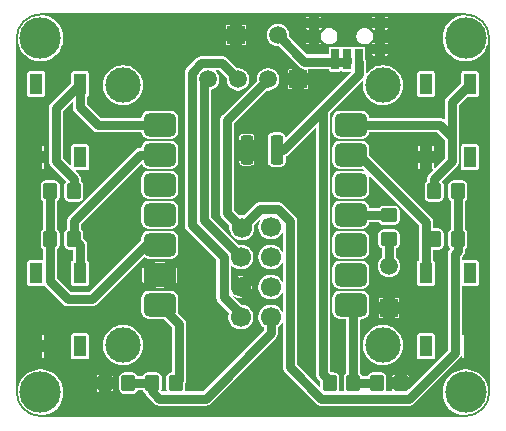
<source format=gbr>
%TF.GenerationSoftware,KiCad,Pcbnew,9.0.0*%
%TF.CreationDate,2025-03-04T22:53:56-07:00*%
%TF.ProjectId,XIAO ESP32 C6,5849414f-2045-4535-9033-322043362e6b,rev?*%
%TF.SameCoordinates,Original*%
%TF.FileFunction,Copper,L1,Top*%
%TF.FilePolarity,Positive*%
%FSLAX46Y46*%
G04 Gerber Fmt 4.6, Leading zero omitted, Abs format (unit mm)*
G04 Created by KiCad (PCBNEW 9.0.0) date 2025-03-04 22:53:56*
%MOMM*%
%LPD*%
G01*
G04 APERTURE LIST*
G04 Aperture macros list*
%AMRoundRect*
0 Rectangle with rounded corners*
0 $1 Rounding radius*
0 $2 $3 $4 $5 $6 $7 $8 $9 X,Y pos of 4 corners*
0 Add a 4 corners polygon primitive as box body*
4,1,4,$2,$3,$4,$5,$6,$7,$8,$9,$2,$3,0*
0 Add four circle primitives for the rounded corners*
1,1,$1+$1,$2,$3*
1,1,$1+$1,$4,$5*
1,1,$1+$1,$6,$7*
1,1,$1+$1,$8,$9*
0 Add four rect primitives between the rounded corners*
20,1,$1+$1,$2,$3,$4,$5,0*
20,1,$1+$1,$4,$5,$6,$7,0*
20,1,$1+$1,$6,$7,$8,$9,0*
20,1,$1+$1,$8,$9,$2,$3,0*%
G04 Aperture macros list end*
%TA.AperFunction,Conductor*%
%ADD10C,0.200000*%
%TD*%
%TA.AperFunction,ConnectorPad*%
%ADD11C,3.500000*%
%TD*%
%TA.AperFunction,ComponentPad*%
%ADD12C,2.600000*%
%TD*%
%TA.AperFunction,SMDPad,CuDef*%
%ADD13RoundRect,0.250000X-0.450000X0.350000X-0.450000X-0.350000X0.450000X-0.350000X0.450000X0.350000X0*%
%TD*%
%TA.AperFunction,SMDPad,CuDef*%
%ADD14RoundRect,0.250000X-0.350000X-0.450000X0.350000X-0.450000X0.350000X0.450000X-0.350000X0.450000X0*%
%TD*%
%TA.AperFunction,SMDPad,CuDef*%
%ADD15RoundRect,0.250000X0.350000X0.450000X-0.350000X0.450000X-0.350000X-0.450000X0.350000X-0.450000X0*%
%TD*%
%TA.AperFunction,ComponentPad*%
%ADD16R,1.508000X1.508000*%
%TD*%
%TA.AperFunction,ComponentPad*%
%ADD17C,3.000000*%
%TD*%
%TA.AperFunction,ComponentPad*%
%ADD18C,1.508000*%
%TD*%
%TA.AperFunction,SMDPad,CuDef*%
%ADD19R,1.100000X1.800000*%
%TD*%
%TA.AperFunction,SMDPad,CuDef*%
%ADD20C,1.500000*%
%TD*%
%TA.AperFunction,SMDPad,CuDef*%
%ADD21R,1.100000X0.900000*%
%TD*%
%TA.AperFunction,SMDPad,CuDef*%
%ADD22R,0.700000X1.700000*%
%TD*%
%TA.AperFunction,SMDPad,CuDef*%
%ADD23C,1.700000*%
%TD*%
%TA.AperFunction,SMDPad,CuDef*%
%ADD24RoundRect,0.275000X0.275000X-0.975000X0.275000X0.975000X-0.275000X0.975000X-0.275000X-0.975000X0*%
%TD*%
%TA.AperFunction,SMDPad,CuDef*%
%ADD25RoundRect,0.500000X0.875000X0.500000X-0.875000X0.500000X-0.875000X-0.500000X0.875000X-0.500000X0*%
%TD*%
%TA.AperFunction,SMDPad,CuDef*%
%ADD26R,1.500000X1.500000*%
%TD*%
%TA.AperFunction,Conductor*%
%ADD27C,0.800000*%
%TD*%
G04 APERTURE END LIST*
D10*
%TO.N,GND*%
X98000000Y-96000000D02*
G75*
G02*
X96000000Y-94000000I0J2000000D01*
G01*
X136000000Y-94000000D02*
G75*
G02*
X134000000Y-96000000I-2000000J0D01*
G01*
X96000000Y-64000000D02*
G75*
G02*
X98000000Y-62000000I2000000J0D01*
G01*
X134000000Y-62000000D02*
G75*
G02*
X136000000Y-64000000I0J-2000000D01*
G01*
X96000000Y-94000000D02*
X96000000Y-64000000D01*
X136000000Y-64000000D02*
X136000000Y-94000000D01*
X134000000Y-96000000D02*
X98000000Y-96000000D01*
X98000000Y-62000000D02*
X134000000Y-62000000D01*
%TD*%
D11*
%TO.P,REF\u002A\u002A,1*%
%TO.N,N/C*%
X134000000Y-64000000D03*
D12*
X134000000Y-64000000D03*
%TD*%
D11*
%TO.P,REF\u002A\u002A,1*%
%TO.N,N/C*%
X134000000Y-94000000D03*
D12*
X134000000Y-94000000D03*
%TD*%
D11*
%TO.P,REF\u002A\u002A,1*%
%TO.N,N/C*%
X98000000Y-94000000D03*
D12*
X98000000Y-94000000D03*
%TD*%
D11*
%TO.P,REF\u002A\u002A,1*%
%TO.N,N/C*%
X98000000Y-64000000D03*
D12*
X98000000Y-64000000D03*
%TD*%
D13*
%TO.P,R9,1*%
%TO.N,SPK*%
X127508000Y-79010000D03*
%TO.P,R9,2*%
%TO.N,Net-(J4-Pin_1)*%
X127508000Y-81010000D03*
%TD*%
D14*
%TO.P,R1,2*%
%TO.N,GND*%
X128492000Y-93218000D03*
%TO.P,R1,1*%
%TO.N,DIV_BATT*%
X126492000Y-93218000D03*
%TD*%
D15*
%TO.P,R4,2*%
%TO.N,GND*%
X103458000Y-93218000D03*
%TO.P,R4,1*%
%TO.N,DIV_CHARGE*%
X105458000Y-93218000D03*
%TD*%
D14*
%TO.P,R2,1*%
%TO.N,+BATT_SW*%
X122492000Y-93218000D03*
%TO.P,R2,2*%
%TO.N,DIV_BATT*%
X124492000Y-93218000D03*
%TD*%
D16*
%TO.P,U2,1,GND*%
%TO.N,GND*%
X119810000Y-67500000D03*
D17*
%TO.P,U2,S4*%
%TO.N,N/C*%
X127000000Y-90000000D03*
%TO.P,U2,S3*%
X105000000Y-90000000D03*
%TO.P,U2,S2*%
X105000000Y-68000000D03*
%TO.P,U2,S1*%
X127000000Y-68000000D03*
D18*
%TO.P,U2,4,SDA*%
%TO.N,SDA*%
X112190000Y-67500000D03*
%TO.P,U2,3,SCL*%
%TO.N,SCL*%
X114730000Y-67500000D03*
%TO.P,U2,2,VCC_IN*%
%TO.N,+3V3*%
X117270000Y-67500000D03*
%TD*%
D15*
%TO.P,R3,2*%
%TO.N,DIV_CHARGE*%
X107458000Y-93218000D03*
%TO.P,R3,1*%
%TO.N,+5V*%
X109458000Y-93218000D03*
%TD*%
D19*
%TO.P,S3,4,4*%
%TO.N,GND*%
X97650000Y-74100000D03*
%TO.P,S3,1,1*%
%TO.N,PB3*%
X101350000Y-67900000D03*
%TO.P,S3,2,2*%
%TO.N,unconnected-(S3-Pad2)*%
X101350000Y-74100000D03*
%TO.P,S3,3,3*%
%TO.N,unconnected-(S3-Pad3)*%
X97650000Y-67900000D03*
%TD*%
D20*
%TO.P,J4,1,Pin_1*%
%TO.N,Net-(J4-Pin_1)*%
X127508000Y-83312000D03*
%TD*%
D21*
%TO.P,SW1,5,5*%
%TO.N,GND*%
X121151900Y-64936500D03*
%TO.P,SW1,6,6*%
X126752100Y-64936500D03*
%TO.P,SW1,4,4*%
X121151900Y-62736700D03*
%TO.P,SW1,7,7*%
X126752100Y-62736700D03*
D22*
%TO.P,SW1,1,1*%
%TO.N,+BATT_SW*%
X124952000Y-65787400D03*
%TO.P,SW1,2,2*%
%TO.N,+BATT*%
X123952000Y-65787400D03*
%TO.P,SW1,3,3*%
X122952000Y-65787400D03*
%TD*%
D20*
%TO.P,J2,1,Pin_1*%
%TO.N,+BATT*%
X118104000Y-63754000D03*
%TD*%
D23*
%TO.P,U1,20,GND*%
%TO.N,GND*%
X114960000Y-85080000D03*
D24*
%TO.P,U1,16,GND*%
X115468000Y-73446800D03*
D25*
%TO.P,U1,13,GND*%
X108116600Y-84058500D03*
%TO.P,U1,1,GPIO0_A0_D0*%
%TO.N,DIV_BATT*%
X124281600Y-86598500D03*
%TO.P,U1,2,GPIO1_A1_D1*%
%TO.N,unconnected-(U1-GPIO1_A1_D1-Pad2)*%
X124281600Y-84058500D03*
%TO.P,U1,3,GPIO2_A2_D2*%
%TO.N,unconnected-(U1-GPIO2_A2_D2-Pad3)*%
X124281600Y-81518500D03*
%TO.P,U1,4,GPIO21_D3*%
%TO.N,SPK*%
X124281600Y-78978500D03*
%TO.P,U1,5,GPIO22_D4_SDA*%
%TO.N,unconnected-(U1-GPIO22_D4_SDA-Pad5)*%
X124281600Y-76438500D03*
%TO.P,U1,6,GPIO23_D5_SCL*%
%TO.N,PB2*%
X124281600Y-73898500D03*
%TO.P,U1,7,GPIO16_D6_TX*%
%TO.N,PB1*%
X124281600Y-71358500D03*
%TO.P,U1,8,GPIO17_D7_RX*%
%TO.N,PB3*%
X108116600Y-71358500D03*
%TO.P,U1,9,GPIO19_D8_SCK*%
%TO.N,PB4*%
X108116600Y-73898500D03*
%TO.P,U1,10,GPIO20_D9_MISO*%
%TO.N,unconnected-(U1-GPIO20_D9_MISO-Pad10)*%
X108116600Y-76438500D03*
%TO.P,U1,11,GPIO18_D10_MOSI*%
%TO.N,unconnected-(U1-GPIO18_D10_MOSI-Pad11)*%
X108116600Y-78978500D03*
%TO.P,U1,12,3V3*%
%TO.N,+3V3*%
X108116600Y-81518500D03*
%TO.P,U1,14,5V*%
%TO.N,+5V*%
X108116600Y-86598500D03*
D24*
%TO.P,U1,15,BAT*%
%TO.N,+BATT_SW*%
X118008000Y-73446800D03*
D23*
%TO.P,U1,17,MTDI*%
%TO.N,DIV_CHARGE*%
X117500000Y-87620000D03*
%TO.P,U1,18,MTDO*%
%TO.N,SCL*%
X114960000Y-87620000D03*
%TO.P,U1,19,CHIP_EN*%
%TO.N,unconnected-(U1-CHIP_EN-Pad19)*%
X117500000Y-85080000D03*
%TO.P,U1,21,MTMS*%
%TO.N,unconnected-(U1-MTMS-Pad21)*%
X117500000Y-82540000D03*
%TO.P,U1,22,MTCK*%
%TO.N,SDA*%
X114960000Y-82540000D03*
%TO.P,U1,23,BOOT*%
%TO.N,unconnected-(U1-BOOT-Pad23)*%
X117500000Y-80000000D03*
%TO.P,U1,24,3V3_1*%
%TO.N,+3V3*%
X115052600Y-80056800D03*
%TD*%
D26*
%TO.P,J1,1,Pin_1*%
%TO.N,GND*%
X114554000Y-63754000D03*
%TD*%
D19*
%TO.P,S1,1,1*%
%TO.N,PB1*%
X134350000Y-67900000D03*
%TO.P,S1,2,2*%
%TO.N,unconnected-(S1-Pad2)*%
X134350000Y-74100000D03*
%TO.P,S1,3,3*%
%TO.N,unconnected-(S1-Pad3)*%
X130650000Y-67900000D03*
%TO.P,S1,4,4*%
%TO.N,GND*%
X130650000Y-74100000D03*
%TD*%
D14*
%TO.P,R5,1*%
%TO.N,PB2*%
X131334000Y-81026000D03*
%TO.P,R5,2*%
%TO.N,+3V3*%
X133334000Y-81026000D03*
%TD*%
D15*
%TO.P,R7,1*%
%TO.N,PB3*%
X100822000Y-76962000D03*
%TO.P,R7,2*%
%TO.N,+3V3*%
X98822000Y-76962000D03*
%TD*%
D19*
%TO.P,S2,2,2*%
%TO.N,GND*%
X134350000Y-90100000D03*
%TO.P,S2,1,1*%
%TO.N,unconnected-(S2-Pad1)*%
X134350000Y-83900000D03*
%TO.P,S2,3,3*%
%TO.N,PB2*%
X130650000Y-83900000D03*
%TO.P,S2,4,4*%
%TO.N,unconnected-(S2-Pad4)*%
X130650000Y-90100000D03*
%TD*%
D15*
%TO.P,R8,1*%
%TO.N,PB4*%
X100822000Y-81026000D03*
%TO.P,R8,2*%
%TO.N,+3V3*%
X98822000Y-81026000D03*
%TD*%
D26*
%TO.P,J3,1,Pin_1*%
%TO.N,GND*%
X127508000Y-86868000D03*
%TD*%
D19*
%TO.P,S4,4,4*%
%TO.N,GND*%
X97650000Y-90100000D03*
%TO.P,S4,1,1*%
%TO.N,PB4*%
X101350000Y-83900000D03*
%TO.P,S4,2,2*%
%TO.N,unconnected-(S4-Pad2)*%
X101350000Y-90100000D03*
%TO.P,S4,3,3*%
%TO.N,unconnected-(S4-Pad3)*%
X97650000Y-83900000D03*
%TD*%
D14*
%TO.P,R6,1*%
%TO.N,PB1*%
X131334000Y-76962000D03*
%TO.P,R6,2*%
%TO.N,+3V3*%
X133334000Y-76962000D03*
%TD*%
D27*
%TO.N,PB2*%
X124952500Y-73898500D02*
X124281600Y-73898500D01*
X130650000Y-79596000D02*
X124952500Y-73898500D01*
X130650000Y-81026000D02*
X130650000Y-79596000D01*
%TO.N,+3V3*%
X133334000Y-82058000D02*
X133334000Y-81026000D01*
X133096000Y-82296000D02*
X133334000Y-82058000D01*
X129201424Y-94519000D02*
X133096000Y-90624424D01*
X119126000Y-91862424D02*
X121782576Y-94519000D01*
X119126000Y-79502000D02*
X119126000Y-91862424D01*
X116586000Y-78486000D02*
X118110000Y-78486000D01*
X121782576Y-94519000D02*
X129201424Y-94519000D01*
X118110000Y-78486000D02*
X119126000Y-79502000D01*
X115052600Y-80019400D02*
X116586000Y-78486000D01*
X115052600Y-80056800D02*
X115052600Y-80019400D01*
X133096000Y-90624424D02*
X133096000Y-82296000D01*
%TO.N,SCL*%
X110835000Y-79830628D02*
X110835000Y-66938740D01*
X110835000Y-66938740D02*
X111628740Y-66145000D01*
X113509000Y-85950000D02*
X113509000Y-82504628D01*
X114960000Y-87401000D02*
X113509000Y-85950000D01*
X113509000Y-82504628D02*
X110835000Y-79830628D01*
X114960000Y-87620000D02*
X114960000Y-87401000D01*
X111628740Y-66145000D02*
X113375000Y-66145000D01*
X113375000Y-66145000D02*
X114730000Y-67500000D01*
%TO.N,+BATT_SW*%
X121920000Y-92456000D02*
X121920000Y-70104000D01*
X121920000Y-70104000D02*
X120904000Y-71120000D01*
X122492000Y-93028000D02*
X121920000Y-92456000D01*
X122492000Y-93218000D02*
X122492000Y-93028000D01*
%TO.N,+3V3*%
X113792000Y-70978000D02*
X113792000Y-78796200D01*
X113792000Y-78796200D02*
X115052600Y-80056800D01*
X117270000Y-67500000D02*
X113792000Y-70978000D01*
%TO.N,SDA*%
X111836000Y-67854000D02*
X112190000Y-67500000D01*
X111836000Y-79416000D02*
X111836000Y-67854000D01*
X114960000Y-82540000D02*
X111836000Y-79416000D01*
%TO.N,SPK*%
X124281600Y-78978500D02*
X127476500Y-78978500D01*
X127476500Y-78978500D02*
X127508000Y-79010000D01*
%TO.N,DIV_CHARGE*%
X107458000Y-93918000D02*
X107458000Y-93218000D01*
X108059000Y-94519000D02*
X107458000Y-93918000D01*
X117500000Y-89002000D02*
X111983000Y-94519000D01*
X111983000Y-94519000D02*
X108059000Y-94519000D01*
X117500000Y-87620000D02*
X117500000Y-89002000D01*
%TO.N,Net-(J4-Pin_1)*%
X127508000Y-83312000D02*
X127508000Y-81010000D01*
%TO.N,PB4*%
X100822000Y-79518000D02*
X106441500Y-73898500D01*
X100822000Y-81026000D02*
X100822000Y-79518000D01*
X101350000Y-81554000D02*
X100822000Y-81026000D01*
X101350000Y-83900000D02*
X101350000Y-81554000D01*
%TO.N,+3V3*%
X98822000Y-81026000D02*
X98822000Y-76962000D01*
X100330000Y-86106000D02*
X98806000Y-84582000D01*
X102362000Y-86106000D02*
X100330000Y-86106000D01*
X98806000Y-84582000D02*
X98806000Y-81264000D01*
X108116600Y-81518500D02*
X106949500Y-81518500D01*
X106949500Y-81518500D02*
X102362000Y-86106000D01*
%TO.N,PB1*%
X132842000Y-72390000D02*
X131826000Y-71374000D01*
%TO.N,+5V*%
X109728000Y-88209900D02*
X108116600Y-86598500D01*
X109728000Y-92948000D02*
X109728000Y-88209900D01*
X109458000Y-93218000D02*
X109728000Y-92948000D01*
%TO.N,+BATT_SW*%
X120904000Y-71120000D02*
X124952000Y-67072000D01*
X124952000Y-67072000D02*
X124952000Y-66041400D01*
X118577200Y-73446800D02*
X120904000Y-71120000D01*
X118008000Y-73446800D02*
X118577200Y-73446800D01*
%TO.N,PB2*%
X130650000Y-83900000D02*
X130650000Y-81026000D01*
X131334000Y-81026000D02*
X130650000Y-81026000D01*
%TO.N,+3V3*%
X133334000Y-76962000D02*
X133334000Y-81026000D01*
%TO.N,PB4*%
X106441500Y-73898500D02*
X104394000Y-75946000D01*
X108116600Y-73898500D02*
X106441500Y-73898500D01*
X106156100Y-74183900D02*
X104394000Y-75946000D01*
%TO.N,+BATT*%
X120337500Y-65987500D02*
X118104000Y-63754000D01*
X121666000Y-65987500D02*
X120337500Y-65987500D01*
%TO.N,DIV_BATT*%
X124492000Y-93218000D02*
X124492000Y-86034900D01*
%TO.N,PB1*%
X131826000Y-71374000D02*
X126257600Y-71374000D01*
X126242100Y-71358500D02*
X124281600Y-71358500D01*
X126257600Y-71374000D02*
X126242100Y-71358500D01*
X126257600Y-71374000D02*
X126746000Y-71374000D01*
%TO.N,DIV_BATT*%
X126492000Y-93218000D02*
X124492000Y-93218000D01*
%TO.N,DIV_CHARGE*%
X105458000Y-93218000D02*
X107458000Y-93218000D01*
%TO.N,DIV_BATT*%
X124500000Y-86816900D02*
X124281600Y-86598500D01*
%TO.N,+BATT*%
X123952000Y-66041400D02*
X122952000Y-66041400D01*
X122751900Y-65987500D02*
X121666000Y-65987500D01*
X122952000Y-65787400D02*
X122751900Y-65987500D01*
X123952000Y-65787400D02*
X123751900Y-65987500D01*
X123751900Y-65987500D02*
X121666000Y-65987500D01*
%TO.N,PB1*%
X132842000Y-69408000D02*
X134350000Y-67900000D01*
X132842000Y-71374000D02*
X132842000Y-71120000D01*
X132842000Y-71120000D02*
X132842000Y-69408000D01*
X132842000Y-74422000D02*
X132842000Y-71374000D01*
X131334000Y-75930000D02*
X132842000Y-74422000D01*
X131334000Y-76962000D02*
X131334000Y-75930000D01*
X131588000Y-75676000D02*
X132842000Y-74422000D01*
%TO.N,PB3*%
X100822000Y-75930000D02*
X99314000Y-74422000D01*
X99314000Y-69936000D02*
X101350000Y-67900000D01*
X100822000Y-76962000D02*
X100822000Y-75930000D01*
X99314000Y-74422000D02*
X99314000Y-69936000D01*
X101350000Y-67900000D02*
X101350000Y-69854000D01*
X108116600Y-71358500D02*
X102854500Y-71358500D01*
X102854500Y-71358500D02*
X101350000Y-69854000D01*
%TD*%
%TA.AperFunction,Conductor*%
%TO.N,GND*%
G36*
X97443498Y-95870191D02*
G01*
X97461772Y-95875088D01*
X97568438Y-95903670D01*
X97598191Y-95926500D01*
X97603086Y-95963682D01*
X97580256Y-95993435D01*
X97555756Y-96000000D01*
X97464296Y-96000000D01*
X97429648Y-95985648D01*
X97396170Y-95952170D01*
X97381818Y-95917522D01*
X97396170Y-95882874D01*
X97430818Y-95868522D01*
X97443498Y-95870191D01*
G37*
%TD.AperFunction*%
%TA.AperFunction,Conductor*%
G36*
X133590404Y-62014352D02*
G01*
X133604756Y-62049000D01*
X133590404Y-62083648D01*
X133568438Y-62096330D01*
X133371691Y-62149048D01*
X133371685Y-62149050D01*
X133135463Y-62246896D01*
X132914037Y-62374737D01*
X132914022Y-62374747D01*
X132711196Y-62530381D01*
X132711184Y-62530392D01*
X132530392Y-62711184D01*
X132530381Y-62711196D01*
X132374747Y-62914022D01*
X132374737Y-62914037D01*
X132246896Y-63135463D01*
X132149050Y-63371685D01*
X132149048Y-63371691D01*
X132082876Y-63618648D01*
X132082874Y-63618656D01*
X132082874Y-63618660D01*
X132049500Y-63872157D01*
X132049500Y-63872160D01*
X132049500Y-64127839D01*
X132049499Y-64127839D01*
X132054854Y-64168511D01*
X132082874Y-64381340D01*
X132082875Y-64381344D01*
X132082876Y-64381351D01*
X132149048Y-64628308D01*
X132149050Y-64628314D01*
X132246896Y-64864536D01*
X132374737Y-65085962D01*
X132374747Y-65085977D01*
X132530381Y-65288803D01*
X132530392Y-65288815D01*
X132711184Y-65469607D01*
X132711196Y-65469618D01*
X132914022Y-65625252D01*
X132914031Y-65625258D01*
X132914035Y-65625261D01*
X133135465Y-65753104D01*
X133371687Y-65850950D01*
X133371691Y-65850951D01*
X133618648Y-65917123D01*
X133618649Y-65917123D01*
X133618660Y-65917126D01*
X133872157Y-65950500D01*
X133872160Y-65950500D01*
X134127839Y-65950500D01*
X134127843Y-65950500D01*
X134381340Y-65917126D01*
X134628313Y-65850950D01*
X134864535Y-65753104D01*
X135085965Y-65625261D01*
X135100170Y-65614361D01*
X135288803Y-65469618D01*
X135288805Y-65469615D01*
X135288813Y-65469610D01*
X135469610Y-65288813D01*
X135625261Y-65085965D01*
X135753104Y-64864535D01*
X135850950Y-64628313D01*
X135891587Y-64476654D01*
X135903670Y-64431561D01*
X135926500Y-64401808D01*
X135963682Y-64396913D01*
X135993435Y-64419743D01*
X136000000Y-64444243D01*
X136000000Y-93555756D01*
X135985648Y-93590404D01*
X135951000Y-93604756D01*
X135916352Y-93590404D01*
X135903670Y-93568438D01*
X135850951Y-93371691D01*
X135850949Y-93371685D01*
X135797761Y-93243276D01*
X135753104Y-93135465D01*
X135625261Y-92914035D01*
X135625258Y-92914031D01*
X135625252Y-92914022D01*
X135469618Y-92711196D01*
X135469607Y-92711184D01*
X135288815Y-92530392D01*
X135288803Y-92530381D01*
X135085977Y-92374747D01*
X135085962Y-92374737D01*
X134864535Y-92246896D01*
X134864536Y-92246896D01*
X134628314Y-92149050D01*
X134628308Y-92149048D01*
X134381351Y-92082876D01*
X134381344Y-92082875D01*
X134381340Y-92082874D01*
X134127843Y-92049500D01*
X133872157Y-92049500D01*
X133618660Y-92082874D01*
X133618656Y-92082874D01*
X133618648Y-92082876D01*
X133371691Y-92149048D01*
X133371685Y-92149050D01*
X133135463Y-92246896D01*
X132914037Y-92374737D01*
X132914022Y-92374747D01*
X132711196Y-92530381D01*
X132711184Y-92530392D01*
X132530392Y-92711184D01*
X132530381Y-92711196D01*
X132374747Y-92914022D01*
X132374737Y-92914037D01*
X132246896Y-93135463D01*
X132149050Y-93371685D01*
X132149048Y-93371691D01*
X132082876Y-93618648D01*
X132082874Y-93618656D01*
X132082874Y-93618660D01*
X132051271Y-93858706D01*
X132049500Y-93872160D01*
X132049500Y-94127839D01*
X132049499Y-94127839D01*
X132058987Y-94199903D01*
X132082874Y-94381340D01*
X132082875Y-94381344D01*
X132082876Y-94381351D01*
X132149048Y-94628308D01*
X132149050Y-94628314D01*
X132246896Y-94864536D01*
X132374737Y-95085962D01*
X132374747Y-95085977D01*
X132530381Y-95288803D01*
X132530392Y-95288815D01*
X132711184Y-95469607D01*
X132711196Y-95469618D01*
X132914022Y-95625252D01*
X132914031Y-95625258D01*
X132914035Y-95625261D01*
X133135465Y-95753104D01*
X133371687Y-95850950D01*
X133371691Y-95850951D01*
X133568438Y-95903670D01*
X133598191Y-95926500D01*
X133603086Y-95963682D01*
X133580256Y-95993435D01*
X133555756Y-96000000D01*
X98444244Y-96000000D01*
X98409596Y-95985648D01*
X98395244Y-95951000D01*
X98409596Y-95916352D01*
X98431562Y-95903670D01*
X98574410Y-95865393D01*
X98628313Y-95850950D01*
X98864535Y-95753104D01*
X99085965Y-95625261D01*
X99288813Y-95469610D01*
X99469610Y-95288813D01*
X99625261Y-95085965D01*
X99753104Y-94864535D01*
X99850950Y-94628313D01*
X99917126Y-94381340D01*
X99950500Y-94127843D01*
X99950500Y-93872157D01*
X99930205Y-93718001D01*
X102760445Y-93718001D01*
X102767911Y-93769247D01*
X102767911Y-93769249D01*
X102819212Y-93874186D01*
X102819215Y-93874190D01*
X102901809Y-93956784D01*
X102901813Y-93956786D01*
X102958000Y-93984255D01*
X102958000Y-93984254D01*
X103958000Y-93984254D01*
X104014186Y-93956786D01*
X104014190Y-93956784D01*
X104096784Y-93874190D01*
X104096786Y-93874186D01*
X104148087Y-93769249D01*
X104148087Y-93769248D01*
X104155554Y-93718000D01*
X103958000Y-93718000D01*
X103958000Y-93984254D01*
X102958000Y-93984254D01*
X102958000Y-93718000D01*
X102760447Y-93718000D01*
X102760445Y-93718001D01*
X99930205Y-93718001D01*
X99917126Y-93618660D01*
X99913400Y-93604756D01*
X99850951Y-93371691D01*
X99850949Y-93371685D01*
X99797761Y-93243276D01*
X99753104Y-93135465D01*
X99625261Y-92914035D01*
X99625258Y-92914031D01*
X99625252Y-92914022D01*
X99509319Y-92762936D01*
X99474838Y-92717999D01*
X102760445Y-92717999D01*
X102760446Y-92718000D01*
X102958000Y-92718000D01*
X103958000Y-92718000D01*
X104155553Y-92718000D01*
X104155554Y-92717998D01*
X104154931Y-92713724D01*
X104657500Y-92713724D01*
X104657500Y-93722275D01*
X104660353Y-93752698D01*
X104660353Y-93752699D01*
X104705204Y-93880876D01*
X104705208Y-93880885D01*
X104785849Y-93990150D01*
X104895114Y-94070791D01*
X104895117Y-94070792D01*
X104895118Y-94070793D01*
X104895120Y-94070793D01*
X104895123Y-94070795D01*
X105023301Y-94115646D01*
X105053734Y-94118500D01*
X105053744Y-94118500D01*
X105862256Y-94118500D01*
X105862266Y-94118500D01*
X105892699Y-94115646D01*
X106020882Y-94070793D01*
X106130150Y-93990150D01*
X106185055Y-93915756D01*
X106210792Y-93880884D01*
X106210795Y-93880876D01*
X106221138Y-93851316D01*
X106246126Y-93823353D01*
X106267388Y-93818500D01*
X106648612Y-93818500D01*
X106683260Y-93832852D01*
X106694861Y-93851315D01*
X106700030Y-93866088D01*
X106705207Y-93880884D01*
X106785847Y-93990148D01*
X106785850Y-93990150D01*
X106859058Y-94044180D01*
X106877290Y-94070921D01*
X106890039Y-94118500D01*
X106898423Y-94149785D01*
X106927360Y-94199904D01*
X106927361Y-94199905D01*
X106977477Y-94286712D01*
X106977482Y-94286718D01*
X107092074Y-94401310D01*
X107092080Y-94401315D01*
X107576764Y-94885999D01*
X107576769Y-94886005D01*
X107578480Y-94887716D01*
X107690284Y-94999520D01*
X107690287Y-94999521D01*
X107690290Y-94999524D01*
X107743256Y-95030103D01*
X107827213Y-95078575D01*
X107827212Y-95078575D01*
X107827216Y-95078577D01*
X107939019Y-95108534D01*
X107979942Y-95119500D01*
X107979943Y-95119500D01*
X111900930Y-95119500D01*
X111900946Y-95119501D01*
X111903943Y-95119501D01*
X112062059Y-95119501D01*
X112214781Y-95078578D01*
X112214779Y-95078578D01*
X112214785Y-95078577D01*
X112214789Y-95078575D01*
X112298742Y-95030104D01*
X112351716Y-94999520D01*
X112463520Y-94887716D01*
X112463520Y-94887714D01*
X112467549Y-94883686D01*
X112467553Y-94883681D01*
X117864681Y-89486553D01*
X117864686Y-89486549D01*
X117868714Y-89482520D01*
X117868716Y-89482520D01*
X117980520Y-89370716D01*
X118052366Y-89246274D01*
X118059577Y-89233785D01*
X118100499Y-89081061D01*
X118100500Y-89081061D01*
X118100500Y-88508375D01*
X118114852Y-88473727D01*
X118122278Y-88467633D01*
X118157224Y-88444283D01*
X118169655Y-88435977D01*
X118315977Y-88289655D01*
X118430941Y-88117598D01*
X118431228Y-88116903D01*
X118431408Y-88116723D01*
X118432078Y-88115471D01*
X118432457Y-88115674D01*
X118457744Y-88090383D01*
X118495247Y-88090379D01*
X118521768Y-88116895D01*
X118525500Y-88135651D01*
X118525500Y-91780353D01*
X118525499Y-91780371D01*
X118525499Y-91941483D01*
X118566421Y-92094205D01*
X118566422Y-92094207D01*
X118566423Y-92094209D01*
X118595360Y-92144328D01*
X118614387Y-92177284D01*
X118645477Y-92231136D01*
X118645482Y-92231142D01*
X118760074Y-92345734D01*
X118760080Y-92345739D01*
X121300340Y-94885999D01*
X121300345Y-94886005D01*
X121302056Y-94887716D01*
X121413860Y-94999520D01*
X121413861Y-94999521D01*
X121413863Y-94999522D01*
X121434416Y-95011387D01*
X121466834Y-95030104D01*
X121550788Y-95078576D01*
X121550794Y-95078578D01*
X121703516Y-95119501D01*
X121703519Y-95119501D01*
X121864631Y-95119501D01*
X121864647Y-95119500D01*
X129119354Y-95119500D01*
X129119370Y-95119501D01*
X129122367Y-95119501D01*
X129280483Y-95119501D01*
X129433205Y-95078578D01*
X129433203Y-95078578D01*
X129433209Y-95078577D01*
X129433213Y-95078575D01*
X129517166Y-95030104D01*
X129570140Y-94999520D01*
X129681944Y-94887716D01*
X129681944Y-94887714D01*
X129685973Y-94883686D01*
X129685977Y-94883681D01*
X133460681Y-91108977D01*
X133460686Y-91108973D01*
X133464714Y-91104944D01*
X133464716Y-91104944D01*
X133576520Y-90993140D01*
X133608566Y-90937632D01*
X133638316Y-90914803D01*
X133675499Y-90919697D01*
X133698330Y-90949449D01*
X133700000Y-90962132D01*
X133700000Y-91009844D01*
X133700001Y-91009845D01*
X133705802Y-91039018D01*
X133705804Y-91039022D01*
X133727904Y-91072097D01*
X133760980Y-91094197D01*
X133790153Y-91099999D01*
X133849999Y-91099999D01*
X134850000Y-91099999D01*
X134909845Y-91099999D01*
X134909845Y-91099998D01*
X134939018Y-91094197D01*
X134939022Y-91094195D01*
X134972097Y-91072095D01*
X134994197Y-91039019D01*
X135000000Y-91009845D01*
X135000000Y-90600000D01*
X134850000Y-90600000D01*
X134850000Y-91099999D01*
X133849999Y-91099999D01*
X133850000Y-91099998D01*
X133850000Y-89600000D01*
X134850000Y-89600000D01*
X134999999Y-89600000D01*
X134999999Y-89190155D01*
X134999998Y-89190154D01*
X134994197Y-89160981D01*
X134994195Y-89160977D01*
X134972095Y-89127902D01*
X134939019Y-89105802D01*
X134909846Y-89100000D01*
X134850000Y-89100000D01*
X134850000Y-89600000D01*
X133850000Y-89600000D01*
X133850000Y-89100000D01*
X133790155Y-89100000D01*
X133790154Y-89100001D01*
X133756249Y-89106744D01*
X133755792Y-89104450D01*
X133726738Y-89104444D01*
X133700225Y-89077919D01*
X133696500Y-89059178D01*
X133696500Y-85043547D01*
X133710852Y-85008899D01*
X133745500Y-84994547D01*
X133755060Y-84995489D01*
X133780252Y-85000500D01*
X133780253Y-85000500D01*
X134919745Y-85000500D01*
X134919748Y-85000500D01*
X134978231Y-84988867D01*
X135044552Y-84944552D01*
X135088867Y-84878231D01*
X135100500Y-84819748D01*
X135100500Y-82980252D01*
X135088867Y-82921769D01*
X135048776Y-82861769D01*
X135044552Y-82855447D01*
X135003499Y-82828017D01*
X134978231Y-82811133D01*
X134919748Y-82799500D01*
X133780252Y-82799500D01*
X133769931Y-82801553D01*
X133755058Y-82804511D01*
X133718276Y-82797193D01*
X133697441Y-82766010D01*
X133696500Y-82756452D01*
X133696500Y-82565032D01*
X133710852Y-82530384D01*
X133814519Y-82426717D01*
X133814520Y-82426716D01*
X133882999Y-82308106D01*
X133893577Y-82289785D01*
X133908637Y-82233580D01*
X133934501Y-82137059D01*
X133934501Y-81975947D01*
X133934500Y-81975929D01*
X133934500Y-81875765D01*
X133948852Y-81841117D01*
X133954393Y-81836347D01*
X134006150Y-81798150D01*
X134086793Y-81688882D01*
X134131646Y-81560699D01*
X134134500Y-81530266D01*
X134134500Y-80521734D01*
X134131646Y-80491301D01*
X134116184Y-80447114D01*
X134086795Y-80363123D01*
X134086791Y-80363114D01*
X134006150Y-80253849D01*
X133954403Y-80215658D01*
X133935047Y-80183536D01*
X133934500Y-80176233D01*
X133934500Y-77811765D01*
X133948852Y-77777117D01*
X133954393Y-77772347D01*
X134006150Y-77734150D01*
X134086793Y-77624882D01*
X134131646Y-77496699D01*
X134134500Y-77466266D01*
X134134500Y-76457734D01*
X134131646Y-76427301D01*
X134086793Y-76299118D01*
X134086792Y-76299117D01*
X134086791Y-76299114D01*
X134006150Y-76189849D01*
X133896885Y-76109208D01*
X133896876Y-76109204D01*
X133768698Y-76064353D01*
X133738275Y-76061500D01*
X133738266Y-76061500D01*
X132929734Y-76061500D01*
X132929724Y-76061500D01*
X132899301Y-76064353D01*
X132899300Y-76064353D01*
X132771123Y-76109204D01*
X132771114Y-76109208D01*
X132661849Y-76189849D01*
X132581208Y-76299114D01*
X132581204Y-76299123D01*
X132536353Y-76427300D01*
X132536353Y-76427301D01*
X132533500Y-76457724D01*
X132533500Y-77466275D01*
X132536353Y-77496698D01*
X132536353Y-77496699D01*
X132581204Y-77624876D01*
X132581208Y-77624885D01*
X132661845Y-77734144D01*
X132661847Y-77734146D01*
X132661850Y-77734150D01*
X132713598Y-77772341D01*
X132732953Y-77804461D01*
X132733500Y-77811765D01*
X132733500Y-80176233D01*
X132719148Y-80210881D01*
X132713597Y-80215658D01*
X132661849Y-80253849D01*
X132581208Y-80363114D01*
X132581204Y-80363123D01*
X132536353Y-80491300D01*
X132536353Y-80491301D01*
X132533500Y-80521724D01*
X132533500Y-81530275D01*
X132536353Y-81560698D01*
X132536353Y-81560699D01*
X132581204Y-81688876D01*
X132581208Y-81688885D01*
X132661849Y-81798150D01*
X132663655Y-81799483D01*
X132664372Y-81800673D01*
X132664446Y-81800747D01*
X132664427Y-81800765D01*
X132683011Y-81831605D01*
X132673983Y-81868005D01*
X132669207Y-81873556D01*
X132615479Y-81927285D01*
X132615477Y-81927287D01*
X132593111Y-81966028D01*
X132585658Y-81978939D01*
X132585656Y-81978942D01*
X132585655Y-81978943D01*
X132536423Y-82064212D01*
X132536422Y-82064216D01*
X132495499Y-82216940D01*
X132495499Y-82379000D01*
X132495500Y-82379013D01*
X132495500Y-90355393D01*
X132481148Y-90390041D01*
X129167541Y-93703648D01*
X129132893Y-93718000D01*
X127794447Y-93718000D01*
X127794445Y-93718001D01*
X127801911Y-93769247D01*
X127801911Y-93769249D01*
X127840401Y-93847979D01*
X127842725Y-93885410D01*
X127817901Y-93913521D01*
X127796380Y-93918500D01*
X127300689Y-93918500D01*
X127266041Y-93904148D01*
X127251689Y-93869500D01*
X127254439Y-93853316D01*
X127264405Y-93824833D01*
X127289646Y-93752699D01*
X127292500Y-93722266D01*
X127292500Y-92717999D01*
X127794445Y-92717999D01*
X127794446Y-92718000D01*
X127992000Y-92718000D01*
X128992000Y-92718000D01*
X129189553Y-92718000D01*
X129189554Y-92717998D01*
X129182088Y-92666752D01*
X129182088Y-92666750D01*
X129130787Y-92561813D01*
X129130784Y-92561809D01*
X129048190Y-92479215D01*
X129048185Y-92479211D01*
X128992000Y-92451743D01*
X128992000Y-92718000D01*
X127992000Y-92718000D01*
X127992000Y-92451743D01*
X127991999Y-92451743D01*
X127935814Y-92479211D01*
X127935809Y-92479215D01*
X127853215Y-92561809D01*
X127853213Y-92561813D01*
X127801912Y-92666750D01*
X127801912Y-92666751D01*
X127794445Y-92717999D01*
X127292500Y-92717999D01*
X127292500Y-92713734D01*
X127289646Y-92683301D01*
X127289645Y-92683296D01*
X127244795Y-92555123D01*
X127244791Y-92555114D01*
X127164150Y-92445849D01*
X127054885Y-92365208D01*
X127054876Y-92365204D01*
X126926698Y-92320353D01*
X126896275Y-92317500D01*
X126896266Y-92317500D01*
X126087734Y-92317500D01*
X126087724Y-92317500D01*
X126057301Y-92320353D01*
X126057300Y-92320353D01*
X125929123Y-92365204D01*
X125929114Y-92365208D01*
X125819849Y-92445849D01*
X125739207Y-92555115D01*
X125736864Y-92561813D01*
X125728861Y-92584683D01*
X125703874Y-92612647D01*
X125682612Y-92617500D01*
X125301388Y-92617500D01*
X125266740Y-92603148D01*
X125255138Y-92584684D01*
X125244793Y-92555118D01*
X125244792Y-92555115D01*
X125164150Y-92445849D01*
X125112403Y-92407658D01*
X125093047Y-92375536D01*
X125092500Y-92368233D01*
X125092500Y-89888543D01*
X125299500Y-89888543D01*
X125299500Y-90111457D01*
X125328596Y-90332463D01*
X125328597Y-90332467D01*
X125328598Y-90332474D01*
X125386288Y-90547776D01*
X125386290Y-90547782D01*
X125471595Y-90753727D01*
X125583050Y-90946771D01*
X125583060Y-90946786D01*
X125718748Y-91123618D01*
X125718758Y-91123630D01*
X125876369Y-91281241D01*
X125876381Y-91281251D01*
X126053213Y-91416939D01*
X126053222Y-91416945D01*
X126053226Y-91416948D01*
X126246274Y-91528405D01*
X126452219Y-91613710D01*
X126452223Y-91613711D01*
X126667525Y-91671401D01*
X126667526Y-91671401D01*
X126667537Y-91671404D01*
X126888543Y-91700500D01*
X126888547Y-91700500D01*
X127111453Y-91700500D01*
X127111457Y-91700500D01*
X127332463Y-91671404D01*
X127547781Y-91613710D01*
X127753726Y-91528405D01*
X127946774Y-91416948D01*
X128123624Y-91281247D01*
X128281247Y-91123624D01*
X128382194Y-90992065D01*
X128416939Y-90946786D01*
X128416940Y-90946783D01*
X128416948Y-90946774D01*
X128528405Y-90753726D01*
X128613710Y-90547781D01*
X128671404Y-90332463D01*
X128700500Y-90111457D01*
X128700500Y-89888543D01*
X128671404Y-89667537D01*
X128613710Y-89452219D01*
X128528405Y-89246274D01*
X128490287Y-89180252D01*
X129899500Y-89180252D01*
X129899500Y-91019748D01*
X129911133Y-91078231D01*
X129925678Y-91099999D01*
X129955447Y-91144552D01*
X129982012Y-91162301D01*
X130021769Y-91188867D01*
X130080252Y-91200500D01*
X130080255Y-91200500D01*
X131219745Y-91200500D01*
X131219748Y-91200500D01*
X131278231Y-91188867D01*
X131344552Y-91144552D01*
X131388867Y-91078231D01*
X131400500Y-91019748D01*
X131400500Y-89180252D01*
X131388867Y-89121769D01*
X131359567Y-89077919D01*
X131344552Y-89055447D01*
X131304795Y-89028882D01*
X131278231Y-89011133D01*
X131219748Y-88999500D01*
X130080252Y-88999500D01*
X130021769Y-89011133D01*
X129955447Y-89055447D01*
X129911133Y-89121769D01*
X129899500Y-89180252D01*
X128490287Y-89180252D01*
X128416948Y-89053226D01*
X128416945Y-89053222D01*
X128416939Y-89053213D01*
X128281251Y-88876381D01*
X128281241Y-88876369D01*
X128123630Y-88718758D01*
X128123618Y-88718748D01*
X127946786Y-88583060D01*
X127946771Y-88583050D01*
X127753726Y-88471595D01*
X127753727Y-88471595D01*
X127547782Y-88386290D01*
X127547776Y-88386288D01*
X127332474Y-88328598D01*
X127332467Y-88328597D01*
X127332463Y-88328596D01*
X127111457Y-88299500D01*
X126888543Y-88299500D01*
X126667537Y-88328596D01*
X126667533Y-88328596D01*
X126667525Y-88328598D01*
X126452223Y-88386288D01*
X126452217Y-88386290D01*
X126246272Y-88471595D01*
X126053228Y-88583050D01*
X126053213Y-88583060D01*
X125876381Y-88718748D01*
X125876369Y-88718758D01*
X125718758Y-88876369D01*
X125718748Y-88876381D01*
X125583060Y-89053213D01*
X125583050Y-89053228D01*
X125471595Y-89246272D01*
X125386290Y-89452217D01*
X125386288Y-89452223D01*
X125328598Y-89667525D01*
X125328596Y-89667533D01*
X125328596Y-89667537D01*
X125299500Y-89888543D01*
X125092500Y-89888543D01*
X125092500Y-87848000D01*
X125106852Y-87813352D01*
X125141500Y-87799000D01*
X125213210Y-87799000D01*
X125213216Y-87799000D01*
X125283796Y-87792586D01*
X125283798Y-87792585D01*
X125283801Y-87792585D01*
X125446203Y-87741979D01*
X125446204Y-87741979D01*
X125476830Y-87723465D01*
X125591785Y-87653972D01*
X125617912Y-87627845D01*
X126658001Y-87627845D01*
X126663802Y-87657018D01*
X126663804Y-87657022D01*
X126685904Y-87690097D01*
X126718980Y-87712197D01*
X126748154Y-87717999D01*
X127007999Y-87717999D01*
X128008000Y-87717999D01*
X128267845Y-87717999D01*
X128267845Y-87717998D01*
X128297018Y-87712197D01*
X128297022Y-87712195D01*
X128330097Y-87690095D01*
X128352197Y-87657019D01*
X128358000Y-87627845D01*
X128358000Y-87368000D01*
X128008000Y-87368000D01*
X128008000Y-87717999D01*
X127007999Y-87717999D01*
X127008000Y-87717998D01*
X127008000Y-87368000D01*
X126658001Y-87368000D01*
X126658001Y-87627845D01*
X125617912Y-87627845D01*
X125712072Y-87533685D01*
X125800078Y-87388106D01*
X125806343Y-87368000D01*
X125817211Y-87333126D01*
X125817211Y-87333125D01*
X125850685Y-87225701D01*
X125850685Y-87225698D01*
X125850686Y-87225696D01*
X125857100Y-87155116D01*
X125857100Y-86108154D01*
X126658000Y-86108154D01*
X126658000Y-86368000D01*
X127008000Y-86368000D01*
X128008000Y-86368000D01*
X128357999Y-86368000D01*
X128357999Y-86108155D01*
X128357998Y-86108154D01*
X128352197Y-86078981D01*
X128352195Y-86078977D01*
X128330095Y-86045902D01*
X128297019Y-86023802D01*
X128267846Y-86018000D01*
X128008000Y-86018000D01*
X128008000Y-86368000D01*
X127008000Y-86368000D01*
X127008000Y-86018000D01*
X126748155Y-86018000D01*
X126748154Y-86018001D01*
X126718981Y-86023802D01*
X126718977Y-86023804D01*
X126685902Y-86045904D01*
X126663802Y-86078980D01*
X126658000Y-86108154D01*
X125857100Y-86108154D01*
X125857100Y-86041884D01*
X125850686Y-85971304D01*
X125850685Y-85971301D01*
X125850685Y-85971298D01*
X125800079Y-85808896D01*
X125800079Y-85808895D01*
X125712072Y-85663315D01*
X125591784Y-85543027D01*
X125446204Y-85455020D01*
X125283801Y-85404414D01*
X125251714Y-85401498D01*
X125213216Y-85398000D01*
X123349984Y-85398000D01*
X123314694Y-85401207D01*
X123279398Y-85404414D01*
X123116996Y-85455020D01*
X123116995Y-85455020D01*
X122971415Y-85543027D01*
X122851127Y-85663315D01*
X122763120Y-85808895D01*
X122763120Y-85808896D01*
X122712514Y-85971298D01*
X122710498Y-85993489D01*
X122706100Y-86041884D01*
X122706100Y-87155116D01*
X122709598Y-87193614D01*
X122712514Y-87225701D01*
X122763120Y-87388103D01*
X122763120Y-87388104D01*
X122851127Y-87533684D01*
X122971415Y-87653972D01*
X123116995Y-87741979D01*
X123279398Y-87792585D01*
X123279401Y-87792585D01*
X123279404Y-87792586D01*
X123349984Y-87799000D01*
X123842500Y-87799000D01*
X123877148Y-87813352D01*
X123891500Y-87848000D01*
X123891500Y-92368233D01*
X123877148Y-92402881D01*
X123871597Y-92407658D01*
X123819849Y-92445849D01*
X123739208Y-92555114D01*
X123739204Y-92555123D01*
X123694355Y-92683296D01*
X123694353Y-92683301D01*
X123691500Y-92713724D01*
X123691500Y-93722275D01*
X123694353Y-93752697D01*
X123729561Y-93853316D01*
X123727458Y-93890760D01*
X123699495Y-93915750D01*
X123683311Y-93918500D01*
X123300689Y-93918500D01*
X123266041Y-93904148D01*
X123251689Y-93869500D01*
X123254439Y-93853316D01*
X123264405Y-93824833D01*
X123289646Y-93752699D01*
X123292500Y-93722266D01*
X123292500Y-92713734D01*
X123289646Y-92683301D01*
X123289645Y-92683296D01*
X123244795Y-92555123D01*
X123244791Y-92555114D01*
X123164150Y-92445849D01*
X123054885Y-92365208D01*
X123054876Y-92365204D01*
X122926698Y-92320353D01*
X122896275Y-92317500D01*
X122896266Y-92317500D01*
X122651031Y-92317500D01*
X122616383Y-92303148D01*
X122534852Y-92221617D01*
X122520500Y-92186969D01*
X122520500Y-83501884D01*
X122706100Y-83501884D01*
X122706100Y-84615116D01*
X122709598Y-84653614D01*
X122712514Y-84685701D01*
X122763120Y-84848103D01*
X122763120Y-84848104D01*
X122851127Y-84993684D01*
X122971415Y-85113972D01*
X123116995Y-85201979D01*
X123279398Y-85252585D01*
X123279401Y-85252585D01*
X123279404Y-85252586D01*
X123349984Y-85259000D01*
X123349990Y-85259000D01*
X125213210Y-85259000D01*
X125213216Y-85259000D01*
X125283796Y-85252586D01*
X125283798Y-85252585D01*
X125283801Y-85252585D01*
X125446203Y-85201979D01*
X125446204Y-85201979D01*
X125476830Y-85183465D01*
X125591785Y-85113972D01*
X125712072Y-84993685D01*
X125800078Y-84848106D01*
X125841514Y-84715132D01*
X125850685Y-84685701D01*
X125850685Y-84685698D01*
X125850686Y-84685696D01*
X125857100Y-84615116D01*
X125857100Y-83501884D01*
X125850686Y-83431304D01*
X125850685Y-83431301D01*
X125850685Y-83431298D01*
X125800079Y-83268896D01*
X125800079Y-83268895D01*
X125783413Y-83241327D01*
X125769543Y-83218384D01*
X126557500Y-83218384D01*
X126557500Y-83405616D01*
X126562610Y-83431304D01*
X126594026Y-83589248D01*
X126594029Y-83589258D01*
X126665675Y-83762225D01*
X126665676Y-83762227D01*
X126665678Y-83762231D01*
X126769698Y-83917908D01*
X126902092Y-84050302D01*
X127057769Y-84154322D01*
X127057774Y-84154324D01*
X127230741Y-84225970D01*
X127230743Y-84225970D01*
X127230749Y-84225973D01*
X127414384Y-84262500D01*
X127414387Y-84262500D01*
X127601613Y-84262500D01*
X127601616Y-84262500D01*
X127785251Y-84225973D01*
X127958231Y-84154322D01*
X128113908Y-84050302D01*
X128246302Y-83917908D01*
X128350322Y-83762231D01*
X128421973Y-83589251D01*
X128458500Y-83405616D01*
X128458500Y-83218384D01*
X128421973Y-83034749D01*
X128399399Y-82980252D01*
X128350324Y-82861774D01*
X128350322Y-82861769D01*
X128246302Y-82706092D01*
X128202188Y-82661978D01*
X128122852Y-82582641D01*
X128108500Y-82547993D01*
X128108500Y-81819388D01*
X128122852Y-81784740D01*
X128141315Y-81773138D01*
X128170882Y-81762793D01*
X128170882Y-81762792D01*
X128170884Y-81762792D01*
X128280150Y-81682150D01*
X128360791Y-81572885D01*
X128360791Y-81572884D01*
X128360793Y-81572882D01*
X128405646Y-81444699D01*
X128408500Y-81414266D01*
X128408500Y-80605734D01*
X128405646Y-80575301D01*
X128386905Y-80521743D01*
X128360795Y-80447123D01*
X128360791Y-80447114D01*
X128280150Y-80337849D01*
X128170885Y-80257208D01*
X128170876Y-80257204D01*
X128042698Y-80212353D01*
X128012275Y-80209500D01*
X128012266Y-80209500D01*
X127003734Y-80209500D01*
X127003724Y-80209500D01*
X126973301Y-80212353D01*
X126973300Y-80212353D01*
X126845123Y-80257204D01*
X126845114Y-80257208D01*
X126735849Y-80337849D01*
X126655208Y-80447114D01*
X126655204Y-80447123D01*
X126610353Y-80575300D01*
X126610353Y-80575301D01*
X126607500Y-80605724D01*
X126607500Y-81414275D01*
X126610353Y-81444698D01*
X126610353Y-81444699D01*
X126655204Y-81572876D01*
X126655208Y-81572885D01*
X126735849Y-81682150D01*
X126845116Y-81762792D01*
X126845115Y-81762792D01*
X126845118Y-81762793D01*
X126874683Y-81773138D01*
X126902647Y-81798126D01*
X126907500Y-81819388D01*
X126907500Y-82547993D01*
X126893148Y-82582641D01*
X126769697Y-82706092D01*
X126701303Y-82808452D01*
X126668197Y-82858000D01*
X126665675Y-82861774D01*
X126594029Y-83034741D01*
X126594026Y-83034751D01*
X126593460Y-83037598D01*
X126557500Y-83218384D01*
X125769543Y-83218384D01*
X125712072Y-83123315D01*
X125591784Y-83003027D01*
X125446204Y-82915020D01*
X125283801Y-82864414D01*
X125251714Y-82861498D01*
X125213216Y-82858000D01*
X123349984Y-82858000D01*
X123314694Y-82861207D01*
X123279398Y-82864414D01*
X123116996Y-82915020D01*
X123116995Y-82915020D01*
X122971415Y-83003027D01*
X122851127Y-83123315D01*
X122763120Y-83268895D01*
X122763120Y-83268896D01*
X122712514Y-83431298D01*
X122709015Y-83469802D01*
X122706100Y-83501884D01*
X122520500Y-83501884D01*
X122520500Y-80961884D01*
X122706100Y-80961884D01*
X122706100Y-82075116D01*
X122709598Y-82113614D01*
X122712514Y-82145701D01*
X122763120Y-82308103D01*
X122763120Y-82308104D01*
X122851127Y-82453684D01*
X122971415Y-82573972D01*
X123116995Y-82661979D01*
X123279398Y-82712585D01*
X123279401Y-82712585D01*
X123279404Y-82712586D01*
X123349984Y-82719000D01*
X123349990Y-82719000D01*
X125213210Y-82719000D01*
X125213216Y-82719000D01*
X125283796Y-82712586D01*
X125283798Y-82712585D01*
X125283801Y-82712585D01*
X125446203Y-82661979D01*
X125446204Y-82661979D01*
X125476830Y-82643465D01*
X125591785Y-82573972D01*
X125712072Y-82453685D01*
X125800078Y-82308106D01*
X125828486Y-82216940D01*
X125850685Y-82145701D01*
X125850685Y-82145698D01*
X125850686Y-82145696D01*
X125857100Y-82075116D01*
X125857100Y-80961884D01*
X125850686Y-80891304D01*
X125850685Y-80891301D01*
X125850685Y-80891298D01*
X125800079Y-80728896D01*
X125800079Y-80728895D01*
X125712072Y-80583315D01*
X125591784Y-80463027D01*
X125446204Y-80375020D01*
X125283801Y-80324414D01*
X125251714Y-80321498D01*
X125213216Y-80318000D01*
X123349984Y-80318000D01*
X123314694Y-80321207D01*
X123279398Y-80324414D01*
X123116996Y-80375020D01*
X123116995Y-80375020D01*
X122971415Y-80463027D01*
X122851127Y-80583315D01*
X122763120Y-80728895D01*
X122763120Y-80728896D01*
X122712514Y-80891298D01*
X122709015Y-80929802D01*
X122706100Y-80961884D01*
X122520500Y-80961884D01*
X122520500Y-78421884D01*
X122706100Y-78421884D01*
X122706100Y-79535116D01*
X122709531Y-79572876D01*
X122712514Y-79605701D01*
X122763120Y-79768103D01*
X122763120Y-79768104D01*
X122851127Y-79913684D01*
X122971415Y-80033972D01*
X123116995Y-80121979D01*
X123279398Y-80172585D01*
X123279401Y-80172585D01*
X123279404Y-80172586D01*
X123349984Y-80179000D01*
X123349990Y-80179000D01*
X125213210Y-80179000D01*
X125213216Y-80179000D01*
X125283796Y-80172586D01*
X125283798Y-80172585D01*
X125283801Y-80172585D01*
X125446203Y-80121979D01*
X125446204Y-80121979D01*
X125446206Y-80121978D01*
X125591785Y-80033972D01*
X125712072Y-79913685D01*
X125800078Y-79768106D01*
X125801734Y-79762791D01*
X125848279Y-79613423D01*
X125872288Y-79584613D01*
X125895060Y-79579000D01*
X126634986Y-79579000D01*
X126669634Y-79593352D01*
X126674405Y-79598895D01*
X126715330Y-79654346D01*
X126735851Y-79682152D01*
X126845114Y-79762791D01*
X126845117Y-79762792D01*
X126845118Y-79762793D01*
X126845120Y-79762793D01*
X126845123Y-79762795D01*
X126914386Y-79787031D01*
X126973301Y-79807646D01*
X127003734Y-79810500D01*
X127003744Y-79810500D01*
X128012256Y-79810500D01*
X128012266Y-79810500D01*
X128042699Y-79807646D01*
X128170882Y-79762793D01*
X128186088Y-79751571D01*
X128280150Y-79682150D01*
X128360791Y-79572885D01*
X128360791Y-79572884D01*
X128360793Y-79572882D01*
X128405646Y-79444699D01*
X128408500Y-79414266D01*
X128408500Y-78605734D01*
X128405646Y-78575301D01*
X128400927Y-78561816D01*
X128360795Y-78447123D01*
X128360791Y-78447114D01*
X128280150Y-78337849D01*
X128170885Y-78257208D01*
X128170876Y-78257204D01*
X128042698Y-78212353D01*
X128012275Y-78209500D01*
X128012266Y-78209500D01*
X127003734Y-78209500D01*
X127003724Y-78209500D01*
X126973301Y-78212353D01*
X126973300Y-78212353D01*
X126845123Y-78257204D01*
X126845114Y-78257208D01*
X126735850Y-78337848D01*
X126720908Y-78358096D01*
X126688786Y-78377453D01*
X126681482Y-78378000D01*
X125895060Y-78378000D01*
X125860412Y-78363648D01*
X125848279Y-78343577D01*
X125800079Y-78188896D01*
X125800079Y-78188895D01*
X125712072Y-78043315D01*
X125591784Y-77923027D01*
X125446204Y-77835020D01*
X125283801Y-77784414D01*
X125251714Y-77781498D01*
X125213216Y-77778000D01*
X123349984Y-77778000D01*
X123314694Y-77781207D01*
X123279398Y-77784414D01*
X123116996Y-77835020D01*
X123116995Y-77835020D01*
X122971415Y-77923027D01*
X122851127Y-78043315D01*
X122763120Y-78188895D01*
X122763120Y-78188896D01*
X122712514Y-78351298D01*
X122711392Y-78363648D01*
X122706100Y-78421884D01*
X122520500Y-78421884D01*
X122520500Y-73341884D01*
X122706100Y-73341884D01*
X122706100Y-74455116D01*
X122707517Y-74470705D01*
X122712514Y-74525701D01*
X122763120Y-74688103D01*
X122763120Y-74688104D01*
X122851127Y-74833684D01*
X122971415Y-74953972D01*
X123116995Y-75041979D01*
X123279398Y-75092585D01*
X123279401Y-75092585D01*
X123279404Y-75092586D01*
X123349984Y-75099000D01*
X123349990Y-75099000D01*
X125213210Y-75099000D01*
X125213216Y-75099000D01*
X125273368Y-75093533D01*
X125309171Y-75104690D01*
X125312449Y-75107684D01*
X125383469Y-75178704D01*
X125397821Y-75213352D01*
X125383469Y-75248000D01*
X125348821Y-75262352D01*
X125334244Y-75260133D01*
X125283801Y-75244414D01*
X125251714Y-75241498D01*
X125213216Y-75238000D01*
X123349984Y-75238000D01*
X123314694Y-75241207D01*
X123279398Y-75244414D01*
X123116996Y-75295020D01*
X123116995Y-75295020D01*
X122971415Y-75383027D01*
X122851127Y-75503315D01*
X122763120Y-75648895D01*
X122763120Y-75648896D01*
X122712514Y-75811298D01*
X122709015Y-75849802D01*
X122706100Y-75881884D01*
X122706100Y-76995116D01*
X122709598Y-77033614D01*
X122712514Y-77065701D01*
X122763120Y-77228103D01*
X122763120Y-77228104D01*
X122851127Y-77373684D01*
X122971415Y-77493972D01*
X123116995Y-77581979D01*
X123279398Y-77632585D01*
X123279401Y-77632585D01*
X123279404Y-77632586D01*
X123349984Y-77639000D01*
X123349990Y-77639000D01*
X125213210Y-77639000D01*
X125213216Y-77639000D01*
X125283796Y-77632586D01*
X125283798Y-77632585D01*
X125283801Y-77632585D01*
X125446203Y-77581979D01*
X125446204Y-77581979D01*
X125446206Y-77581978D01*
X125591785Y-77493972D01*
X125712072Y-77373685D01*
X125800078Y-77228106D01*
X125800079Y-77228103D01*
X125850685Y-77065701D01*
X125850685Y-77065698D01*
X125850686Y-77065696D01*
X125857100Y-76995116D01*
X125857100Y-75881884D01*
X125850686Y-75811304D01*
X125834966Y-75760855D01*
X125838360Y-75723507D01*
X125867169Y-75699497D01*
X125904518Y-75702891D01*
X125916395Y-75711630D01*
X130035148Y-79830383D01*
X130049500Y-79865031D01*
X130049500Y-82766905D01*
X130035148Y-82801553D01*
X130025486Y-82808010D01*
X130025781Y-82808452D01*
X129955447Y-82855447D01*
X129915641Y-82915022D01*
X129911133Y-82921769D01*
X129899500Y-82980252D01*
X129899500Y-84819748D01*
X129911133Y-84878231D01*
X129928882Y-84904795D01*
X129955447Y-84944552D01*
X129970575Y-84954660D01*
X130021769Y-84988867D01*
X130080252Y-85000500D01*
X130080255Y-85000500D01*
X131219745Y-85000500D01*
X131219748Y-85000500D01*
X131278231Y-84988867D01*
X131344552Y-84944552D01*
X131388867Y-84878231D01*
X131400500Y-84819748D01*
X131400500Y-82980252D01*
X131388867Y-82921769D01*
X131348776Y-82861769D01*
X131344552Y-82855447D01*
X131274219Y-82808452D01*
X131275341Y-82806771D01*
X131254225Y-82785645D01*
X131250500Y-82766905D01*
X131250500Y-81975500D01*
X131264852Y-81940852D01*
X131299500Y-81926500D01*
X131738256Y-81926500D01*
X131738266Y-81926500D01*
X131768699Y-81923646D01*
X131896882Y-81878793D01*
X131911500Y-81868005D01*
X132006150Y-81798150D01*
X132086791Y-81688885D01*
X132086791Y-81688884D01*
X132086793Y-81688882D01*
X132131646Y-81560699D01*
X132134500Y-81530266D01*
X132134500Y-80521734D01*
X132131646Y-80491301D01*
X132116184Y-80447114D01*
X132086795Y-80363123D01*
X132086791Y-80363114D01*
X132006150Y-80253849D01*
X131896885Y-80173208D01*
X131896876Y-80173204D01*
X131768698Y-80128353D01*
X131738275Y-80125500D01*
X131738266Y-80125500D01*
X131299500Y-80125500D01*
X131264852Y-80111148D01*
X131250500Y-80076500D01*
X131250500Y-79679014D01*
X131250501Y-79679001D01*
X131250501Y-79516941D01*
X131225312Y-79422940D01*
X131209577Y-79364216D01*
X131209576Y-79364214D01*
X131209576Y-79364213D01*
X131130524Y-79227290D01*
X131130521Y-79227287D01*
X131130520Y-79227284D01*
X126913081Y-75009845D01*
X130000001Y-75009845D01*
X130005802Y-75039018D01*
X130005804Y-75039022D01*
X130027904Y-75072097D01*
X130060980Y-75094197D01*
X130090153Y-75099999D01*
X130149999Y-75099999D01*
X130150000Y-75099998D01*
X130150000Y-74600000D01*
X130000001Y-74600000D01*
X130000001Y-75009845D01*
X126913081Y-75009845D01*
X125871452Y-73968216D01*
X125857100Y-73933568D01*
X125857100Y-73341889D01*
X125857100Y-73341884D01*
X125850686Y-73271304D01*
X125829191Y-73202322D01*
X125829191Y-73202321D01*
X125825400Y-73190154D01*
X130000000Y-73190154D01*
X130000000Y-73600000D01*
X130150000Y-73600000D01*
X131150000Y-73600000D01*
X131299999Y-73600000D01*
X131299999Y-73190155D01*
X131299998Y-73190154D01*
X131294197Y-73160981D01*
X131294195Y-73160977D01*
X131272095Y-73127902D01*
X131239019Y-73105802D01*
X131209846Y-73100000D01*
X131150000Y-73100000D01*
X131150000Y-73600000D01*
X130150000Y-73600000D01*
X130150000Y-73100000D01*
X130090155Y-73100000D01*
X130090154Y-73100001D01*
X130060981Y-73105802D01*
X130060977Y-73105804D01*
X130027902Y-73127904D01*
X130005802Y-73160980D01*
X130000000Y-73190154D01*
X125825400Y-73190154D01*
X125800079Y-73108896D01*
X125800079Y-73108895D01*
X125712072Y-72963315D01*
X125591784Y-72843027D01*
X125446204Y-72755020D01*
X125283801Y-72704414D01*
X125251714Y-72701498D01*
X125213216Y-72698000D01*
X123349984Y-72698000D01*
X123314694Y-72701207D01*
X123279398Y-72704414D01*
X123116996Y-72755020D01*
X123116995Y-72755020D01*
X122971415Y-72843027D01*
X122851127Y-72963315D01*
X122763120Y-73108895D01*
X122763120Y-73108896D01*
X122712514Y-73271298D01*
X122710598Y-73292387D01*
X122706100Y-73341884D01*
X122520500Y-73341884D01*
X122520500Y-70801884D01*
X122706100Y-70801884D01*
X122706100Y-71915116D01*
X122709598Y-71953614D01*
X122712514Y-71985701D01*
X122763120Y-72148103D01*
X122763120Y-72148104D01*
X122851127Y-72293684D01*
X122971415Y-72413972D01*
X123116995Y-72501979D01*
X123279398Y-72552585D01*
X123279401Y-72552585D01*
X123279404Y-72552586D01*
X123349984Y-72559000D01*
X123349990Y-72559000D01*
X125213210Y-72559000D01*
X125213216Y-72559000D01*
X125283796Y-72552586D01*
X125283798Y-72552585D01*
X125283801Y-72552585D01*
X125446203Y-72501979D01*
X125446204Y-72501979D01*
X125446206Y-72501978D01*
X125591785Y-72413972D01*
X125712072Y-72293685D01*
X125800078Y-72148106D01*
X125812756Y-72107420D01*
X125848279Y-71993423D01*
X125872288Y-71964613D01*
X125895060Y-71959000D01*
X126114245Y-71959000D01*
X126126928Y-71960670D01*
X126178540Y-71974500D01*
X126178542Y-71974500D01*
X126178543Y-71974500D01*
X126825057Y-71974500D01*
X131556969Y-71974500D01*
X131591617Y-71988852D01*
X132227148Y-72624383D01*
X132241500Y-72659031D01*
X132241500Y-74152968D01*
X132227148Y-74187616D01*
X131383648Y-75031116D01*
X131349000Y-75045468D01*
X131314352Y-75031116D01*
X131300000Y-74996468D01*
X131300000Y-74600000D01*
X131150000Y-74600000D01*
X131150000Y-75099999D01*
X131196469Y-75099999D01*
X131231117Y-75114351D01*
X131245469Y-75148999D01*
X131231117Y-75183647D01*
X130853481Y-75561283D01*
X130853480Y-75561283D01*
X130803360Y-75648095D01*
X130774423Y-75698212D01*
X130774421Y-75698218D01*
X130733499Y-75850940D01*
X130733499Y-76013000D01*
X130733500Y-76013013D01*
X130733500Y-76112233D01*
X130719148Y-76146881D01*
X130713597Y-76151658D01*
X130661849Y-76189849D01*
X130581208Y-76299114D01*
X130581204Y-76299123D01*
X130536353Y-76427300D01*
X130536353Y-76427301D01*
X130533500Y-76457724D01*
X130533500Y-77466275D01*
X130536353Y-77496698D01*
X130536353Y-77496699D01*
X130581204Y-77624876D01*
X130581208Y-77624885D01*
X130661849Y-77734150D01*
X130771114Y-77814791D01*
X130771117Y-77814792D01*
X130771118Y-77814793D01*
X130771120Y-77814793D01*
X130771123Y-77814795D01*
X130828929Y-77835022D01*
X130899301Y-77859646D01*
X130929734Y-77862500D01*
X130929744Y-77862500D01*
X131738256Y-77862500D01*
X131738266Y-77862500D01*
X131768699Y-77859646D01*
X131896882Y-77814793D01*
X131910882Y-77804461D01*
X132006150Y-77734150D01*
X132086791Y-77624885D01*
X132086791Y-77624884D01*
X132086793Y-77624882D01*
X132131646Y-77496699D01*
X132134500Y-77466266D01*
X132134500Y-76457734D01*
X132131646Y-76427301D01*
X132086793Y-76299118D01*
X132086792Y-76299117D01*
X132086791Y-76299114D01*
X132006154Y-76189855D01*
X132006147Y-76189847D01*
X132004339Y-76188513D01*
X132003622Y-76187323D01*
X132003556Y-76187257D01*
X132003572Y-76187240D01*
X131984986Y-76156390D01*
X131994016Y-76119990D01*
X131998784Y-76114449D01*
X133206681Y-74906553D01*
X133206686Y-74906549D01*
X133210714Y-74902520D01*
X133210716Y-74902520D01*
X133322520Y-74790716D01*
X133372639Y-74703904D01*
X133401577Y-74653785D01*
X133402048Y-74652026D01*
X133436377Y-74523910D01*
X133442501Y-74501058D01*
X133442501Y-74339938D01*
X133442500Y-74339928D01*
X133442500Y-73180252D01*
X133599500Y-73180252D01*
X133599500Y-75019748D01*
X133611133Y-75078231D01*
X133625678Y-75099999D01*
X133655447Y-75144552D01*
X133662103Y-75148999D01*
X133721769Y-75188867D01*
X133780252Y-75200500D01*
X133780255Y-75200500D01*
X134919745Y-75200500D01*
X134919748Y-75200500D01*
X134978231Y-75188867D01*
X135044552Y-75144552D01*
X135088867Y-75078231D01*
X135100500Y-75019748D01*
X135100500Y-73180252D01*
X135088867Y-73121769D01*
X135062301Y-73082012D01*
X135044552Y-73055447D01*
X135004795Y-73028882D01*
X134978231Y-73011133D01*
X134919748Y-72999500D01*
X133780252Y-72999500D01*
X133721769Y-73011133D01*
X133655447Y-73055447D01*
X133611133Y-73121769D01*
X133599500Y-73180252D01*
X133442500Y-73180252D01*
X133442500Y-72473013D01*
X133442501Y-72473000D01*
X133442501Y-72307947D01*
X133442500Y-72307929D01*
X133442500Y-69677031D01*
X133456852Y-69642383D01*
X134084383Y-69014852D01*
X134119031Y-69000500D01*
X134919745Y-69000500D01*
X134919748Y-69000500D01*
X134978231Y-68988867D01*
X135044552Y-68944552D01*
X135088867Y-68878231D01*
X135100500Y-68819748D01*
X135100500Y-66980252D01*
X135088867Y-66921769D01*
X135047380Y-66859680D01*
X135044552Y-66855447D01*
X135000879Y-66826266D01*
X134978231Y-66811133D01*
X134919748Y-66799500D01*
X133780252Y-66799500D01*
X133721769Y-66811133D01*
X133655447Y-66855447D01*
X133611281Y-66921548D01*
X133611133Y-66921769D01*
X133599500Y-66980252D01*
X133599500Y-66980255D01*
X133599500Y-67780968D01*
X133585148Y-67815616D01*
X132361482Y-69039281D01*
X132361480Y-69039284D01*
X132312787Y-69123624D01*
X132312784Y-69123630D01*
X132282422Y-69176216D01*
X132282421Y-69176218D01*
X132241499Y-69328940D01*
X132241499Y-69491000D01*
X132241500Y-69491013D01*
X132241500Y-70835620D01*
X132236605Y-70847436D01*
X132234936Y-70860119D01*
X132229681Y-70864150D01*
X132227148Y-70870268D01*
X132215331Y-70875162D01*
X132205183Y-70882950D01*
X132198617Y-70882085D01*
X132192500Y-70884620D01*
X132168001Y-70878056D01*
X132136932Y-70860119D01*
X132107904Y-70843360D01*
X132057785Y-70814423D01*
X132057784Y-70814422D01*
X132057783Y-70814422D01*
X132057781Y-70814421D01*
X131905060Y-70773499D01*
X131905057Y-70773499D01*
X131746943Y-70773499D01*
X131743946Y-70773499D01*
X131743930Y-70773500D01*
X126385457Y-70773500D01*
X126372775Y-70771830D01*
X126361943Y-70768927D01*
X126321159Y-70757999D01*
X126321157Y-70757999D01*
X126163043Y-70757999D01*
X126160046Y-70757999D01*
X126160030Y-70758000D01*
X125895060Y-70758000D01*
X125860412Y-70743648D01*
X125848279Y-70723577D01*
X125800079Y-70568896D01*
X125800079Y-70568895D01*
X125712072Y-70423315D01*
X125591784Y-70303027D01*
X125446204Y-70215020D01*
X125283801Y-70164414D01*
X125251714Y-70161498D01*
X125213216Y-70158000D01*
X123349984Y-70158000D01*
X123314694Y-70161207D01*
X123279398Y-70164414D01*
X123116996Y-70215020D01*
X123116995Y-70215020D01*
X122971415Y-70303027D01*
X122851127Y-70423315D01*
X122763120Y-70568895D01*
X122763120Y-70568896D01*
X122712514Y-70731298D01*
X122710598Y-70752387D01*
X122706100Y-70801884D01*
X122520500Y-70801884D01*
X122520500Y-70373031D01*
X122534852Y-70338383D01*
X123884369Y-68988866D01*
X125245160Y-67628074D01*
X125279807Y-67613723D01*
X125314455Y-67628075D01*
X125328807Y-67662723D01*
X125328388Y-67669114D01*
X125299500Y-67888543D01*
X125299500Y-68111457D01*
X125328596Y-68332463D01*
X125328597Y-68332467D01*
X125328598Y-68332474D01*
X125386288Y-68547776D01*
X125386290Y-68547782D01*
X125471595Y-68753727D01*
X125583050Y-68946771D01*
X125583060Y-68946786D01*
X125718748Y-69123618D01*
X125718758Y-69123630D01*
X125876369Y-69281241D01*
X125876381Y-69281251D01*
X126053213Y-69416939D01*
X126053222Y-69416945D01*
X126053226Y-69416948D01*
X126246274Y-69528405D01*
X126452219Y-69613710D01*
X126452223Y-69613711D01*
X126667525Y-69671401D01*
X126667526Y-69671401D01*
X126667537Y-69671404D01*
X126888543Y-69700500D01*
X126888547Y-69700500D01*
X127111453Y-69700500D01*
X127111457Y-69700500D01*
X127332463Y-69671404D01*
X127547781Y-69613710D01*
X127753726Y-69528405D01*
X127946774Y-69416948D01*
X128123624Y-69281247D01*
X128281247Y-69123624D01*
X128416948Y-68946774D01*
X128528405Y-68753726D01*
X128613710Y-68547781D01*
X128671404Y-68332463D01*
X128700500Y-68111457D01*
X128700500Y-67888543D01*
X128671404Y-67667537D01*
X128658563Y-67619615D01*
X128613711Y-67452223D01*
X128613709Y-67452217D01*
X128606236Y-67434174D01*
X128528405Y-67246274D01*
X128514148Y-67221581D01*
X128416949Y-67053228D01*
X128416938Y-67053212D01*
X128381996Y-67007674D01*
X128360954Y-66980252D01*
X129899500Y-66980252D01*
X129899500Y-68819748D01*
X129911133Y-68878231D01*
X129928882Y-68904795D01*
X129955447Y-68944552D01*
X129982012Y-68962301D01*
X130021769Y-68988867D01*
X130080252Y-69000500D01*
X130080255Y-69000500D01*
X131219745Y-69000500D01*
X131219748Y-69000500D01*
X131278231Y-68988867D01*
X131344552Y-68944552D01*
X131388867Y-68878231D01*
X131400500Y-68819748D01*
X131400500Y-66980252D01*
X131388867Y-66921769D01*
X131347380Y-66859680D01*
X131344552Y-66855447D01*
X131300879Y-66826266D01*
X131278231Y-66811133D01*
X131219748Y-66799500D01*
X130080252Y-66799500D01*
X130021769Y-66811133D01*
X129955447Y-66855447D01*
X129911281Y-66921548D01*
X129911133Y-66921769D01*
X129899500Y-66980252D01*
X128360954Y-66980252D01*
X128281251Y-66876381D01*
X128281241Y-66876369D01*
X128123630Y-66718758D01*
X128123618Y-66718748D01*
X127946786Y-66583060D01*
X127946771Y-66583050D01*
X127753726Y-66471595D01*
X127753727Y-66471595D01*
X127547782Y-66386290D01*
X127547776Y-66386288D01*
X127332474Y-66328598D01*
X127332467Y-66328597D01*
X127332463Y-66328596D01*
X127111457Y-66299500D01*
X126888543Y-66299500D01*
X126667537Y-66328596D01*
X126667533Y-66328596D01*
X126667525Y-66328598D01*
X126452223Y-66386288D01*
X126452217Y-66386290D01*
X126246272Y-66471595D01*
X126053228Y-66583050D01*
X126053213Y-66583060D01*
X125876381Y-66718748D01*
X125876369Y-66718758D01*
X125718758Y-66876369D01*
X125718748Y-66876381D01*
X125640374Y-66978520D01*
X125607896Y-66997272D01*
X125571671Y-66987565D01*
X125552919Y-66955087D01*
X125552500Y-66948691D01*
X125552500Y-65962340D01*
X125552499Y-65962339D01*
X125511578Y-65809620D01*
X125511577Y-65809616D01*
X125509063Y-65805262D01*
X125502500Y-65780765D01*
X125502500Y-65396345D01*
X126102101Y-65396345D01*
X126107902Y-65425518D01*
X126107904Y-65425522D01*
X126130004Y-65458597D01*
X126163080Y-65480697D01*
X126192253Y-65486499D01*
X126302099Y-65486499D01*
X127202100Y-65486499D01*
X127311945Y-65486499D01*
X127311945Y-65486498D01*
X127341118Y-65480697D01*
X127341122Y-65480695D01*
X127374197Y-65458595D01*
X127396297Y-65425519D01*
X127402100Y-65396345D01*
X127402100Y-65386500D01*
X127202100Y-65386500D01*
X127202100Y-65486499D01*
X126302099Y-65486499D01*
X126302100Y-65486498D01*
X126302100Y-65386500D01*
X126102101Y-65386500D01*
X126102101Y-65396345D01*
X125502500Y-65396345D01*
X125502500Y-64917655D01*
X125502500Y-64917652D01*
X125490867Y-64859169D01*
X125452000Y-64801001D01*
X125446552Y-64792847D01*
X125406795Y-64766282D01*
X125380231Y-64748533D01*
X125321748Y-64736900D01*
X124582252Y-64736900D01*
X124523769Y-64748533D01*
X124479223Y-64778298D01*
X124442441Y-64785614D01*
X124424777Y-64778298D01*
X124415646Y-64772197D01*
X124380231Y-64748533D01*
X124321748Y-64736900D01*
X123582252Y-64736900D01*
X123523769Y-64748533D01*
X123479223Y-64778298D01*
X123442441Y-64785614D01*
X123424777Y-64778298D01*
X123415646Y-64772197D01*
X123380231Y-64748533D01*
X123321748Y-64736900D01*
X122582252Y-64736900D01*
X122523769Y-64748533D01*
X122457447Y-64792847D01*
X122413133Y-64859169D01*
X122401500Y-64917652D01*
X122401500Y-64917655D01*
X122401500Y-65338000D01*
X122387148Y-65372648D01*
X122352500Y-65387000D01*
X121822696Y-65387000D01*
X121821489Y-65386500D01*
X120606031Y-65386500D01*
X120571383Y-65372148D01*
X119675889Y-64476654D01*
X120501900Y-64476654D01*
X120501900Y-64486500D01*
X120701900Y-64486500D01*
X121601900Y-64486500D01*
X121801899Y-64486500D01*
X121801899Y-64476655D01*
X121801898Y-64476654D01*
X121796097Y-64447481D01*
X121796095Y-64447477D01*
X121773995Y-64414402D01*
X121740919Y-64392302D01*
X121711746Y-64386500D01*
X121601900Y-64386500D01*
X121601900Y-64486500D01*
X120701900Y-64486500D01*
X120701900Y-64386500D01*
X120592055Y-64386500D01*
X120592054Y-64386501D01*
X120562881Y-64392302D01*
X120562877Y-64392304D01*
X120529802Y-64414404D01*
X120507702Y-64447480D01*
X120501900Y-64476654D01*
X119675889Y-64476654D01*
X119068852Y-63869617D01*
X119054500Y-63834969D01*
X119054500Y-63767701D01*
X121750400Y-63767701D01*
X121750400Y-63905698D01*
X121777317Y-64041018D01*
X121777320Y-64041029D01*
X121830123Y-64168507D01*
X121830125Y-64168511D01*
X121861037Y-64214774D01*
X121906783Y-64283239D01*
X122004360Y-64380816D01*
X122047432Y-64409595D01*
X122119089Y-64457475D01*
X122246572Y-64510280D01*
X122246578Y-64510281D01*
X122246581Y-64510282D01*
X122381901Y-64537199D01*
X122381907Y-64537200D01*
X122519893Y-64537200D01*
X122655228Y-64510280D01*
X122782711Y-64457475D01*
X122897442Y-64380814D01*
X122995014Y-64283242D01*
X123071675Y-64168511D01*
X123124480Y-64041028D01*
X123151400Y-63905693D01*
X123151400Y-63767707D01*
X123151399Y-63767701D01*
X124752600Y-63767701D01*
X124752600Y-63905698D01*
X124779517Y-64041018D01*
X124779520Y-64041029D01*
X124832323Y-64168507D01*
X124832325Y-64168511D01*
X124863237Y-64214774D01*
X124908983Y-64283239D01*
X125006560Y-64380816D01*
X125049632Y-64409595D01*
X125121289Y-64457475D01*
X125248772Y-64510280D01*
X125248778Y-64510281D01*
X125248781Y-64510282D01*
X125384101Y-64537199D01*
X125384107Y-64537200D01*
X125522093Y-64537200D01*
X125657428Y-64510280D01*
X125738609Y-64476654D01*
X126102100Y-64476654D01*
X126102100Y-64486500D01*
X126302100Y-64486500D01*
X127202100Y-64486500D01*
X127402099Y-64486500D01*
X127402099Y-64476655D01*
X127402098Y-64476654D01*
X127396297Y-64447481D01*
X127396295Y-64447477D01*
X127374195Y-64414402D01*
X127341119Y-64392302D01*
X127311946Y-64386500D01*
X127202100Y-64386500D01*
X127202100Y-64486500D01*
X126302100Y-64486500D01*
X126302100Y-64386500D01*
X126192255Y-64386500D01*
X126192254Y-64386501D01*
X126163081Y-64392302D01*
X126163077Y-64392304D01*
X126130002Y-64414404D01*
X126107902Y-64447480D01*
X126102100Y-64476654D01*
X125738609Y-64476654D01*
X125784911Y-64457475D01*
X125899642Y-64380814D01*
X125997214Y-64283242D01*
X126073875Y-64168511D01*
X126126680Y-64041028D01*
X126153600Y-63905693D01*
X126153600Y-63767707D01*
X126126680Y-63632372D01*
X126073875Y-63504889D01*
X126024382Y-63430818D01*
X125997216Y-63390160D01*
X125899639Y-63292583D01*
X125799573Y-63225722D01*
X125784911Y-63215925D01*
X125784906Y-63215923D01*
X125774648Y-63211674D01*
X125774647Y-63211673D01*
X125738125Y-63196545D01*
X126102101Y-63196545D01*
X126107902Y-63225718D01*
X126107904Y-63225722D01*
X126130004Y-63258797D01*
X126163080Y-63280897D01*
X126192253Y-63286699D01*
X126302099Y-63286699D01*
X127202100Y-63286699D01*
X127311945Y-63286699D01*
X127311945Y-63286698D01*
X127341118Y-63280897D01*
X127341122Y-63280895D01*
X127374197Y-63258795D01*
X127396297Y-63225719D01*
X127402100Y-63196545D01*
X127402100Y-63186700D01*
X127202100Y-63186700D01*
X127202100Y-63286699D01*
X126302099Y-63286699D01*
X126302100Y-63286698D01*
X126302100Y-63186700D01*
X126102101Y-63186700D01*
X126102101Y-63196545D01*
X125738125Y-63196545D01*
X125657429Y-63163120D01*
X125657418Y-63163117D01*
X125522098Y-63136200D01*
X125522093Y-63136200D01*
X125384107Y-63136200D01*
X125384101Y-63136200D01*
X125248781Y-63163117D01*
X125248770Y-63163120D01*
X125121292Y-63215923D01*
X125006560Y-63292583D01*
X124908983Y-63390160D01*
X124832323Y-63504892D01*
X124779520Y-63632370D01*
X124779517Y-63632381D01*
X124752600Y-63767701D01*
X123151399Y-63767701D01*
X123124480Y-63632372D01*
X123071675Y-63504889D01*
X123022182Y-63430818D01*
X122995016Y-63390160D01*
X122897439Y-63292583D01*
X122797373Y-63225722D01*
X122782711Y-63215925D01*
X122782708Y-63215923D01*
X122782707Y-63215923D01*
X122655229Y-63163120D01*
X122655218Y-63163117D01*
X122519898Y-63136200D01*
X122519893Y-63136200D01*
X122381907Y-63136200D01*
X122381901Y-63136200D01*
X122246581Y-63163117D01*
X122246570Y-63163120D01*
X122119092Y-63215923D01*
X122004360Y-63292583D01*
X121906783Y-63390160D01*
X121830123Y-63504892D01*
X121777320Y-63632370D01*
X121777317Y-63632381D01*
X121750400Y-63767701D01*
X119054500Y-63767701D01*
X119054500Y-63660387D01*
X119054500Y-63660384D01*
X119017973Y-63476749D01*
X119012814Y-63464295D01*
X118946324Y-63303774D01*
X118946322Y-63303769D01*
X118874677Y-63196545D01*
X120501901Y-63196545D01*
X120507702Y-63225718D01*
X120507704Y-63225722D01*
X120529804Y-63258797D01*
X120562880Y-63280897D01*
X120592053Y-63286699D01*
X120701899Y-63286699D01*
X121601900Y-63286699D01*
X121711745Y-63286699D01*
X121711745Y-63286698D01*
X121740918Y-63280897D01*
X121740922Y-63280895D01*
X121773997Y-63258795D01*
X121796097Y-63225719D01*
X121801900Y-63196545D01*
X121801900Y-63186700D01*
X121601900Y-63186700D01*
X121601900Y-63286699D01*
X120701899Y-63286699D01*
X120701900Y-63286698D01*
X120701900Y-63186700D01*
X120501901Y-63186700D01*
X120501901Y-63196545D01*
X118874677Y-63196545D01*
X118842302Y-63148092D01*
X118709908Y-63015698D01*
X118554231Y-62911678D01*
X118554227Y-62911676D01*
X118554225Y-62911675D01*
X118381258Y-62840029D01*
X118381248Y-62840026D01*
X118307194Y-62825296D01*
X118197616Y-62803500D01*
X118010384Y-62803500D01*
X117918986Y-62821680D01*
X117826751Y-62840026D01*
X117826741Y-62840029D01*
X117653774Y-62911675D01*
X117653770Y-62911677D01*
X117653769Y-62911678D01*
X117650239Y-62914037D01*
X117498092Y-63015697D01*
X117365697Y-63148092D01*
X117291729Y-63258795D01*
X117273085Y-63286698D01*
X117261675Y-63303774D01*
X117190029Y-63476741D01*
X117190026Y-63476751D01*
X117184429Y-63504892D01*
X117153500Y-63660384D01*
X117153500Y-63847616D01*
X117177740Y-63969479D01*
X117190026Y-64031248D01*
X117190029Y-64031258D01*
X117261675Y-64204225D01*
X117261676Y-64204227D01*
X117261678Y-64204231D01*
X117365698Y-64359908D01*
X117498092Y-64492302D01*
X117653769Y-64596322D01*
X117653774Y-64596324D01*
X117826741Y-64667970D01*
X117826743Y-64667970D01*
X117826749Y-64667973D01*
X118010384Y-64704500D01*
X118010387Y-64704500D01*
X118184969Y-64704500D01*
X118219617Y-64718852D01*
X119855264Y-66354499D01*
X119855269Y-66354505D01*
X119856980Y-66356216D01*
X119968784Y-66468020D01*
X119968787Y-66468021D01*
X119968790Y-66468024D01*
X120045693Y-66512423D01*
X120105712Y-66547076D01*
X120105718Y-66547078D01*
X120258440Y-66588001D01*
X120261000Y-66588001D01*
X120295648Y-66602353D01*
X120310000Y-66637001D01*
X120310000Y-67000000D01*
X120663999Y-67000000D01*
X120663999Y-66736155D01*
X120663998Y-66736154D01*
X120658197Y-66706981D01*
X120658195Y-66706977D01*
X120636095Y-66673902D01*
X120633841Y-66671648D01*
X120619489Y-66637000D01*
X120633841Y-66602352D01*
X120668489Y-66588000D01*
X121586943Y-66588000D01*
X122352500Y-66588000D01*
X122387148Y-66602352D01*
X122401500Y-66637000D01*
X122401500Y-66657148D01*
X122413133Y-66715631D01*
X122426846Y-66736154D01*
X122457447Y-66781952D01*
X122468271Y-66789184D01*
X122523769Y-66826267D01*
X122582252Y-66837900D01*
X122582255Y-66837900D01*
X123321745Y-66837900D01*
X123321748Y-66837900D01*
X123380231Y-66826267D01*
X123424778Y-66796500D01*
X123461559Y-66789184D01*
X123479219Y-66796499D01*
X123523769Y-66826267D01*
X123582252Y-66837900D01*
X123582255Y-66837900D01*
X124218567Y-66837900D01*
X124253215Y-66852252D01*
X124267567Y-66886900D01*
X124253215Y-66921548D01*
X121551285Y-69623479D01*
X121551284Y-69623480D01*
X121442274Y-69732489D01*
X121442271Y-69732492D01*
X120535284Y-70639481D01*
X118820632Y-72354131D01*
X118785984Y-72368483D01*
X118751336Y-72354131D01*
X118740075Y-72336610D01*
X118704628Y-72241574D01*
X118622687Y-72132113D01*
X118513226Y-72050172D01*
X118513225Y-72050171D01*
X118513223Y-72050170D01*
X118385118Y-72002389D01*
X118385110Y-72002387D01*
X118328491Y-71996300D01*
X117687509Y-71996300D01*
X117630889Y-72002386D01*
X117630881Y-72002389D01*
X117502776Y-72050170D01*
X117502772Y-72050173D01*
X117393313Y-72132113D01*
X117311373Y-72241572D01*
X117311370Y-72241576D01*
X117263589Y-72369681D01*
X117263587Y-72369689D01*
X117257500Y-72426308D01*
X117257500Y-74467290D01*
X117263586Y-74523910D01*
X117263589Y-74523918D01*
X117311370Y-74652023D01*
X117311372Y-74652026D01*
X117393313Y-74761487D01*
X117502774Y-74843428D01*
X117502775Y-74843428D01*
X117502776Y-74843429D01*
X117542553Y-74858265D01*
X117630886Y-74891212D01*
X117687515Y-74897300D01*
X118328484Y-74897299D01*
X118328490Y-74897299D01*
X118385110Y-74891213D01*
X118385112Y-74891212D01*
X118385114Y-74891212D01*
X118513226Y-74843428D01*
X118622687Y-74761487D01*
X118704628Y-74652026D01*
X118752412Y-74523914D01*
X118758500Y-74467285D01*
X118758499Y-74057502D01*
X118772851Y-74022855D01*
X118794815Y-74010173D01*
X118808985Y-74006377D01*
X118902969Y-73952115D01*
X118945916Y-73927320D01*
X119057720Y-73815516D01*
X119057720Y-73815514D01*
X119061749Y-73811486D01*
X119061752Y-73811481D01*
X121235853Y-71637381D01*
X121270500Y-71623030D01*
X121305148Y-71637382D01*
X121319500Y-71672030D01*
X121319500Y-92373929D01*
X121319499Y-92373947D01*
X121319499Y-92535059D01*
X121360421Y-92687781D01*
X121360422Y-92687783D01*
X121360423Y-92687785D01*
X121389115Y-92737480D01*
X121439480Y-92824716D01*
X121439482Y-92824718D01*
X121554074Y-92939310D01*
X121554080Y-92939315D01*
X121677148Y-93062383D01*
X121691500Y-93097031D01*
X121691500Y-93460393D01*
X121677148Y-93495041D01*
X121642500Y-93509393D01*
X121607852Y-93495041D01*
X119740852Y-91628041D01*
X119726500Y-91593393D01*
X119726500Y-79585013D01*
X119726501Y-79585000D01*
X119726501Y-79422940D01*
X119685578Y-79270218D01*
X119685576Y-79270212D01*
X119650976Y-79210285D01*
X119606520Y-79133284D01*
X119494716Y-79021480D01*
X119493010Y-79019774D01*
X119492999Y-79019764D01*
X118593315Y-78120080D01*
X118593313Y-78120077D01*
X118478718Y-78005482D01*
X118478712Y-78005477D01*
X118424860Y-77974387D01*
X118391904Y-77955360D01*
X118341785Y-77926423D01*
X118341784Y-77926422D01*
X118341783Y-77926422D01*
X118341781Y-77926421D01*
X118189060Y-77885499D01*
X118189057Y-77885499D01*
X118030943Y-77885499D01*
X118027946Y-77885499D01*
X118027930Y-77885500D01*
X116506940Y-77885500D01*
X116354216Y-77926422D01*
X116354213Y-77926423D01*
X116304095Y-77955360D01*
X116217283Y-78005480D01*
X116217283Y-78005481D01*
X116105478Y-78117286D01*
X115224963Y-78997800D01*
X115190315Y-79012152D01*
X115180757Y-79011211D01*
X115177949Y-79010652D01*
X115156065Y-79006300D01*
X114949135Y-79006300D01*
X114893247Y-79017416D01*
X114856465Y-79010098D01*
X114849041Y-79004005D01*
X114406852Y-78561816D01*
X114392500Y-78527168D01*
X114392500Y-74206800D01*
X114818000Y-74206800D01*
X114818000Y-74457390D01*
X114828620Y-74530280D01*
X114828620Y-74530281D01*
X114883586Y-74642714D01*
X114883588Y-74642718D01*
X114972081Y-74731211D01*
X114972085Y-74731213D01*
X115084519Y-74786179D01*
X115157410Y-74796800D01*
X115778590Y-74796800D01*
X115851480Y-74786179D01*
X115851481Y-74786179D01*
X115963914Y-74731213D01*
X115963918Y-74731211D01*
X116052411Y-74642718D01*
X116052413Y-74642714D01*
X116107379Y-74530281D01*
X116107379Y-74530280D01*
X116118000Y-74457390D01*
X116118000Y-74206800D01*
X115854095Y-74470705D01*
X115819447Y-74485057D01*
X115784799Y-74470705D01*
X115468000Y-74153906D01*
X115151201Y-74470705D01*
X115116553Y-74485057D01*
X115081905Y-74470705D01*
X114818000Y-74206800D01*
X114392500Y-74206800D01*
X114392500Y-72436209D01*
X114818000Y-72436209D01*
X114818000Y-72686799D01*
X115081905Y-72422895D01*
X115116553Y-72408543D01*
X115151201Y-72422895D01*
X115468000Y-72739694D01*
X115784799Y-72422895D01*
X115819447Y-72408543D01*
X115854095Y-72422895D01*
X116118000Y-72686800D01*
X116118000Y-72436209D01*
X116107379Y-72363319D01*
X116107379Y-72363318D01*
X116052413Y-72250885D01*
X116052411Y-72250881D01*
X115963918Y-72162388D01*
X115963914Y-72162386D01*
X115851480Y-72107420D01*
X115778590Y-72096800D01*
X115157410Y-72096800D01*
X115084519Y-72107420D01*
X115084518Y-72107420D01*
X114972085Y-72162386D01*
X114972081Y-72162388D01*
X114883588Y-72250881D01*
X114883586Y-72250885D01*
X114828620Y-72363318D01*
X114828620Y-72363319D01*
X114818000Y-72436209D01*
X114392500Y-72436209D01*
X114392500Y-71247031D01*
X114406852Y-71212383D01*
X117150383Y-68468852D01*
X117185031Y-68454500D01*
X117364009Y-68454500D01*
X117364010Y-68454500D01*
X117548417Y-68417819D01*
X117722125Y-68345867D01*
X117844879Y-68263845D01*
X118956001Y-68263845D01*
X118961802Y-68293018D01*
X118961804Y-68293022D01*
X118983904Y-68326097D01*
X119016980Y-68348197D01*
X119046154Y-68353999D01*
X119309999Y-68353999D01*
X120310000Y-68353999D01*
X120573845Y-68353999D01*
X120573845Y-68353998D01*
X120603018Y-68348197D01*
X120603022Y-68348195D01*
X120636097Y-68326095D01*
X120658197Y-68293019D01*
X120664000Y-68263845D01*
X120664000Y-68000000D01*
X120310000Y-68000000D01*
X120310000Y-68353999D01*
X119309999Y-68353999D01*
X119310000Y-68353998D01*
X119310000Y-68000000D01*
X118956001Y-68000000D01*
X118956001Y-68263845D01*
X117844879Y-68263845D01*
X117878458Y-68241408D01*
X118011408Y-68108458D01*
X118115867Y-67952125D01*
X118187819Y-67778417D01*
X118224500Y-67594010D01*
X118224500Y-67434174D01*
X119310000Y-67434174D01*
X119310000Y-67565826D01*
X119344075Y-67692993D01*
X119409901Y-67807007D01*
X119502993Y-67900099D01*
X119617007Y-67965925D01*
X119744174Y-68000000D01*
X119875826Y-68000000D01*
X120002993Y-67965925D01*
X120117007Y-67900099D01*
X120210099Y-67807007D01*
X120275925Y-67692993D01*
X120310000Y-67565826D01*
X120310000Y-67434174D01*
X120275925Y-67307007D01*
X120210099Y-67192993D01*
X120117007Y-67099901D01*
X120002993Y-67034075D01*
X119875826Y-67000000D01*
X119744174Y-67000000D01*
X119617007Y-67034075D01*
X119502993Y-67099901D01*
X119409901Y-67192993D01*
X119344075Y-67307007D01*
X119310000Y-67434174D01*
X118224500Y-67434174D01*
X118224500Y-67405990D01*
X118222633Y-67396602D01*
X118187821Y-67221592D01*
X118187818Y-67221581D01*
X118115867Y-67047875D01*
X118031605Y-66921769D01*
X118011410Y-66891544D01*
X117878455Y-66758589D01*
X117844878Y-66736154D01*
X118956000Y-66736154D01*
X118956000Y-67000000D01*
X119310000Y-67000000D01*
X119310000Y-66646000D01*
X119046155Y-66646000D01*
X119046154Y-66646001D01*
X119016981Y-66651802D01*
X119016977Y-66651804D01*
X118983902Y-66673904D01*
X118961802Y-66706980D01*
X118956000Y-66736154D01*
X117844878Y-66736154D01*
X117751711Y-66673902D01*
X117722125Y-66654133D01*
X117722122Y-66654131D01*
X117722121Y-66654131D01*
X117548418Y-66582181D01*
X117548407Y-66582178D01*
X117364015Y-66545500D01*
X117364010Y-66545500D01*
X117175990Y-66545500D01*
X117175984Y-66545500D01*
X116991592Y-66582178D01*
X116991581Y-66582181D01*
X116817878Y-66654131D01*
X116661544Y-66758589D01*
X116528589Y-66891544D01*
X116424131Y-67047878D01*
X116352181Y-67221581D01*
X116352178Y-67221592D01*
X116315500Y-67405984D01*
X116315500Y-67584967D01*
X116301148Y-67619615D01*
X113423286Y-70497478D01*
X113311481Y-70609283D01*
X113311480Y-70609283D01*
X113261360Y-70696095D01*
X113232423Y-70746212D01*
X113232421Y-70746218D01*
X113191499Y-70898940D01*
X113191499Y-71061000D01*
X113191500Y-71061013D01*
X113191500Y-78714129D01*
X113191499Y-78714147D01*
X113191499Y-78875259D01*
X113232421Y-79027981D01*
X113232423Y-79027987D01*
X113249494Y-79057553D01*
X113249497Y-79057557D01*
X113311475Y-79164909D01*
X113311482Y-79164918D01*
X113426074Y-79279510D01*
X113426080Y-79279515D01*
X113999805Y-79853241D01*
X114014157Y-79887889D01*
X114013215Y-79897447D01*
X114002100Y-79953335D01*
X114002100Y-80160265D01*
X114015802Y-80229149D01*
X114042469Y-80363217D01*
X114042471Y-80363223D01*
X114105609Y-80515651D01*
X114121659Y-80554398D01*
X114236623Y-80726455D01*
X114382945Y-80872777D01*
X114555002Y-80987741D01*
X114746180Y-81066930D01*
X114949135Y-81107300D01*
X114949138Y-81107300D01*
X115156062Y-81107300D01*
X115156065Y-81107300D01*
X115359020Y-81066930D01*
X115550198Y-80987741D01*
X115722255Y-80872777D01*
X115868577Y-80726455D01*
X115983541Y-80554398D01*
X116062730Y-80363220D01*
X116103100Y-80160265D01*
X116103100Y-79953335D01*
X116085777Y-79866251D01*
X116093092Y-79829472D01*
X116099182Y-79822051D01*
X116519778Y-79401455D01*
X116554426Y-79387104D01*
X116589074Y-79401456D01*
X116603426Y-79436104D01*
X116595168Y-79463326D01*
X116569059Y-79502400D01*
X116569059Y-79502401D01*
X116489871Y-79693576D01*
X116489869Y-79693582D01*
X116475046Y-79768104D01*
X116449500Y-79896535D01*
X116449500Y-80103465D01*
X116474500Y-80229149D01*
X116489869Y-80306417D01*
X116489871Y-80306423D01*
X116569058Y-80497596D01*
X116569059Y-80497598D01*
X116684023Y-80669655D01*
X116830345Y-80815977D01*
X117002402Y-80930941D01*
X117193580Y-81010130D01*
X117396535Y-81050500D01*
X117396538Y-81050500D01*
X117603462Y-81050500D01*
X117603465Y-81050500D01*
X117806420Y-81010130D01*
X117997598Y-80930941D01*
X118169655Y-80815977D01*
X118315977Y-80669655D01*
X118430941Y-80497598D01*
X118431228Y-80496903D01*
X118431408Y-80496723D01*
X118432078Y-80495471D01*
X118432457Y-80495674D01*
X118457744Y-80470383D01*
X118495247Y-80470379D01*
X118521768Y-80496895D01*
X118525500Y-80515651D01*
X118525500Y-82024348D01*
X118511148Y-82058996D01*
X118476500Y-82073348D01*
X118441852Y-82058996D01*
X118432156Y-82044487D01*
X118432078Y-82044529D01*
X118431652Y-82043733D01*
X118431231Y-82043103D01*
X118430941Y-82042402D01*
X118315977Y-81870345D01*
X118169655Y-81724023D01*
X118117062Y-81688882D01*
X118039416Y-81637001D01*
X117997598Y-81609059D01*
X117910260Y-81572882D01*
X117806423Y-81529871D01*
X117806417Y-81529869D01*
X117724572Y-81513589D01*
X117603465Y-81489500D01*
X117396535Y-81489500D01*
X117314966Y-81505725D01*
X117193582Y-81529869D01*
X117193576Y-81529871D01*
X117002403Y-81609058D01*
X116830345Y-81724022D01*
X116684022Y-81870345D01*
X116569058Y-82042403D01*
X116489871Y-82233576D01*
X116489869Y-82233582D01*
X116475046Y-82308104D01*
X116449500Y-82436535D01*
X116449500Y-82643465D01*
X116471360Y-82753363D01*
X116489869Y-82846417D01*
X116489871Y-82846423D01*
X116569058Y-83037596D01*
X116569059Y-83037598D01*
X116684023Y-83209655D01*
X116830345Y-83355977D01*
X117002402Y-83470941D01*
X117193580Y-83550130D01*
X117396535Y-83590500D01*
X117396538Y-83590500D01*
X117603462Y-83590500D01*
X117603465Y-83590500D01*
X117806420Y-83550130D01*
X117997598Y-83470941D01*
X118169655Y-83355977D01*
X118315977Y-83209655D01*
X118430941Y-83037598D01*
X118431228Y-83036903D01*
X118431408Y-83036723D01*
X118432078Y-83035471D01*
X118432457Y-83035674D01*
X118457744Y-83010383D01*
X118495247Y-83010379D01*
X118521768Y-83036895D01*
X118525500Y-83055651D01*
X118525500Y-84564348D01*
X118511148Y-84598996D01*
X118476500Y-84613348D01*
X118441852Y-84598996D01*
X118432156Y-84584487D01*
X118432078Y-84584529D01*
X118431652Y-84583733D01*
X118431231Y-84583103D01*
X118430941Y-84582402D01*
X118315977Y-84410345D01*
X118169655Y-84264023D01*
X117997598Y-84149059D01*
X117951586Y-84130000D01*
X117806423Y-84069871D01*
X117806417Y-84069869D01*
X117708044Y-84050302D01*
X117603465Y-84029500D01*
X117396535Y-84029500D01*
X117295520Y-84049592D01*
X117193582Y-84069869D01*
X117193576Y-84069871D01*
X117002403Y-84149058D01*
X116830345Y-84264022D01*
X116684022Y-84410345D01*
X116569058Y-84582403D01*
X116489871Y-84773576D01*
X116489869Y-84773582D01*
X116475046Y-84848104D01*
X116449500Y-84976535D01*
X116449500Y-85183465D01*
X116453183Y-85201979D01*
X116489869Y-85386417D01*
X116489871Y-85386423D01*
X116569058Y-85577596D01*
X116569059Y-85577598D01*
X116684023Y-85749655D01*
X116830345Y-85895977D01*
X117002402Y-86010941D01*
X117193580Y-86090130D01*
X117396535Y-86130500D01*
X117396538Y-86130500D01*
X117603462Y-86130500D01*
X117603465Y-86130500D01*
X117806420Y-86090130D01*
X117997598Y-86010941D01*
X118169655Y-85895977D01*
X118315977Y-85749655D01*
X118430941Y-85577598D01*
X118431228Y-85576903D01*
X118431408Y-85576723D01*
X118432078Y-85575471D01*
X118432457Y-85575674D01*
X118457744Y-85550383D01*
X118495247Y-85550379D01*
X118521768Y-85576895D01*
X118525500Y-85595651D01*
X118525500Y-87104348D01*
X118511148Y-87138996D01*
X118476500Y-87153348D01*
X118441852Y-87138996D01*
X118432156Y-87124487D01*
X118432078Y-87124529D01*
X118431652Y-87123733D01*
X118431231Y-87123103D01*
X118430941Y-87122402D01*
X118315977Y-86950345D01*
X118169655Y-86804023D01*
X117997598Y-86689059D01*
X117871041Y-86636637D01*
X117806423Y-86609871D01*
X117806417Y-86609869D01*
X117724572Y-86593589D01*
X117603465Y-86569500D01*
X117396535Y-86569500D01*
X117310949Y-86586524D01*
X117193582Y-86609869D01*
X117193576Y-86609871D01*
X117002403Y-86689058D01*
X116830345Y-86804022D01*
X116684022Y-86950345D01*
X116569058Y-87122403D01*
X116489871Y-87313576D01*
X116489869Y-87313582D01*
X116475046Y-87388104D01*
X116449500Y-87516535D01*
X116449500Y-87723465D01*
X116453183Y-87741979D01*
X116489869Y-87926417D01*
X116489871Y-87926423D01*
X116569058Y-88117596D01*
X116684022Y-88289654D01*
X116830345Y-88435977D01*
X116830349Y-88435980D01*
X116877722Y-88467633D01*
X116898558Y-88498815D01*
X116899500Y-88508375D01*
X116899500Y-88732969D01*
X116885148Y-88767617D01*
X111748617Y-93904148D01*
X111713969Y-93918500D01*
X110266689Y-93918500D01*
X110232041Y-93904148D01*
X110217689Y-93869500D01*
X110220439Y-93853316D01*
X110230405Y-93824833D01*
X110255646Y-93752699D01*
X110258500Y-93722266D01*
X110258500Y-93243276D01*
X110265065Y-93218776D01*
X110287576Y-93179786D01*
X110287578Y-93179780D01*
X110328501Y-93027059D01*
X110328501Y-92865946D01*
X110328500Y-92865928D01*
X110328500Y-88292914D01*
X110328501Y-88292901D01*
X110328501Y-88130841D01*
X110311203Y-88066290D01*
X110287577Y-87978116D01*
X110287576Y-87978114D01*
X110287576Y-87978113D01*
X110208524Y-87841190D01*
X110208521Y-87841187D01*
X110208520Y-87841184D01*
X109684618Y-87317282D01*
X109670266Y-87282634D01*
X109672483Y-87268062D01*
X109683400Y-87233031D01*
X109685685Y-87225700D01*
X109685685Y-87225698D01*
X109685686Y-87225696D01*
X109692100Y-87155116D01*
X109692100Y-86041884D01*
X109685686Y-85971304D01*
X109685685Y-85971301D01*
X109685685Y-85971298D01*
X109635079Y-85808896D01*
X109635079Y-85808895D01*
X109547072Y-85663315D01*
X109426784Y-85543027D01*
X109281204Y-85455020D01*
X109118801Y-85404414D01*
X109086714Y-85401498D01*
X109048216Y-85398000D01*
X107184984Y-85398000D01*
X107149694Y-85401207D01*
X107114398Y-85404414D01*
X106951996Y-85455020D01*
X106951995Y-85455020D01*
X106806415Y-85543027D01*
X106686127Y-85663315D01*
X106598120Y-85808895D01*
X106598120Y-85808896D01*
X106547514Y-85971298D01*
X106545498Y-85993489D01*
X106541100Y-86041884D01*
X106541100Y-87155116D01*
X106544598Y-87193614D01*
X106547514Y-87225701D01*
X106598120Y-87388103D01*
X106598120Y-87388104D01*
X106686127Y-87533684D01*
X106806415Y-87653972D01*
X106951995Y-87741979D01*
X107114398Y-87792585D01*
X107114401Y-87792585D01*
X107114404Y-87792586D01*
X107184984Y-87799000D01*
X108447569Y-87799000D01*
X108482217Y-87813352D01*
X109113148Y-88444283D01*
X109127500Y-88478931D01*
X109127500Y-92268500D01*
X109113148Y-92303148D01*
X109078500Y-92317500D01*
X109053724Y-92317500D01*
X109023301Y-92320353D01*
X109023300Y-92320353D01*
X108895123Y-92365204D01*
X108895114Y-92365208D01*
X108785849Y-92445849D01*
X108705208Y-92555114D01*
X108705204Y-92555123D01*
X108660355Y-92683296D01*
X108660353Y-92683301D01*
X108657500Y-92713724D01*
X108657500Y-93722275D01*
X108660353Y-93752697D01*
X108695561Y-93853316D01*
X108693458Y-93890760D01*
X108665495Y-93915750D01*
X108649311Y-93918500D01*
X108328031Y-93918500D01*
X108293383Y-93904148D01*
X108247941Y-93858706D01*
X108233589Y-93824058D01*
X108236339Y-93807874D01*
X108255645Y-93752702D01*
X108255645Y-93752701D01*
X108255646Y-93752699D01*
X108258500Y-93722266D01*
X108258500Y-92713734D01*
X108255646Y-92683301D01*
X108255645Y-92683296D01*
X108210795Y-92555123D01*
X108210791Y-92555114D01*
X108130150Y-92445849D01*
X108020885Y-92365208D01*
X108020876Y-92365204D01*
X107892698Y-92320353D01*
X107862275Y-92317500D01*
X107862266Y-92317500D01*
X107053734Y-92317500D01*
X107053724Y-92317500D01*
X107023301Y-92320353D01*
X107023300Y-92320353D01*
X106895123Y-92365204D01*
X106895114Y-92365208D01*
X106785849Y-92445849D01*
X106705207Y-92555115D01*
X106702864Y-92561813D01*
X106694861Y-92584683D01*
X106669874Y-92612647D01*
X106648612Y-92617500D01*
X106267388Y-92617500D01*
X106232740Y-92603148D01*
X106221138Y-92584684D01*
X106210793Y-92555118D01*
X106210792Y-92555115D01*
X106130150Y-92445849D01*
X106020885Y-92365208D01*
X106020876Y-92365204D01*
X105892698Y-92320353D01*
X105862275Y-92317500D01*
X105862266Y-92317500D01*
X105053734Y-92317500D01*
X105053724Y-92317500D01*
X105023301Y-92320353D01*
X105023300Y-92320353D01*
X104895123Y-92365204D01*
X104895114Y-92365208D01*
X104785849Y-92445849D01*
X104705208Y-92555114D01*
X104705204Y-92555123D01*
X104660355Y-92683296D01*
X104660353Y-92683301D01*
X104657500Y-92713724D01*
X104154931Y-92713724D01*
X104148088Y-92666751D01*
X104148088Y-92666750D01*
X104096787Y-92561813D01*
X104096784Y-92561809D01*
X104014190Y-92479215D01*
X104014185Y-92479211D01*
X103958000Y-92451743D01*
X103958000Y-92718000D01*
X102958000Y-92718000D01*
X102958000Y-92451743D01*
X102957999Y-92451743D01*
X102901814Y-92479211D01*
X102901809Y-92479215D01*
X102819215Y-92561809D01*
X102819213Y-92561813D01*
X102767912Y-92666750D01*
X102767912Y-92666751D01*
X102760445Y-92717999D01*
X99474838Y-92717999D01*
X99469618Y-92711196D01*
X99469607Y-92711184D01*
X99288815Y-92530392D01*
X99288803Y-92530381D01*
X99085977Y-92374747D01*
X99085962Y-92374737D01*
X98864535Y-92246896D01*
X98864536Y-92246896D01*
X98628314Y-92149050D01*
X98628308Y-92149048D01*
X98381351Y-92082876D01*
X98381344Y-92082875D01*
X98381340Y-92082874D01*
X98127843Y-92049500D01*
X97872157Y-92049500D01*
X97618660Y-92082874D01*
X97618656Y-92082874D01*
X97618648Y-92082876D01*
X97371691Y-92149048D01*
X97371685Y-92149050D01*
X97135463Y-92246896D01*
X96914037Y-92374737D01*
X96914022Y-92374747D01*
X96711196Y-92530381D01*
X96711184Y-92530392D01*
X96530392Y-92711184D01*
X96530381Y-92711196D01*
X96374747Y-92914022D01*
X96374737Y-92914037D01*
X96246896Y-93135463D01*
X96149050Y-93371685D01*
X96149048Y-93371691D01*
X96096330Y-93568438D01*
X96073500Y-93598191D01*
X96036318Y-93603086D01*
X96006565Y-93580256D01*
X96000000Y-93555756D01*
X96000000Y-91009845D01*
X97000001Y-91009845D01*
X97005802Y-91039018D01*
X97005804Y-91039022D01*
X97027904Y-91072097D01*
X97060980Y-91094197D01*
X97090153Y-91099999D01*
X97149999Y-91099999D01*
X98150000Y-91099999D01*
X98209845Y-91099999D01*
X98209845Y-91099998D01*
X98239018Y-91094197D01*
X98239022Y-91094195D01*
X98272097Y-91072095D01*
X98294197Y-91039019D01*
X98300000Y-91009845D01*
X98300000Y-90600000D01*
X98150000Y-90600000D01*
X98150000Y-91099999D01*
X97149999Y-91099999D01*
X97150000Y-91099998D01*
X97150000Y-90600000D01*
X97000001Y-90600000D01*
X97000001Y-91009845D01*
X96000000Y-91009845D01*
X96000000Y-89190154D01*
X97000000Y-89190154D01*
X97000000Y-89600000D01*
X97150000Y-89600000D01*
X98150000Y-89600000D01*
X98299999Y-89600000D01*
X98299999Y-89190155D01*
X98299998Y-89190147D01*
X98299452Y-89187404D01*
X98299452Y-89187403D01*
X98298030Y-89180252D01*
X100599500Y-89180252D01*
X100599500Y-91019748D01*
X100611133Y-91078231D01*
X100625678Y-91099999D01*
X100655447Y-91144552D01*
X100682012Y-91162301D01*
X100721769Y-91188867D01*
X100780252Y-91200500D01*
X100780255Y-91200500D01*
X101919745Y-91200500D01*
X101919748Y-91200500D01*
X101978231Y-91188867D01*
X102044552Y-91144552D01*
X102088867Y-91078231D01*
X102100500Y-91019748D01*
X102100500Y-89888543D01*
X103299500Y-89888543D01*
X103299500Y-90111457D01*
X103328596Y-90332463D01*
X103328597Y-90332467D01*
X103328598Y-90332474D01*
X103386288Y-90547776D01*
X103386290Y-90547782D01*
X103471595Y-90753727D01*
X103583050Y-90946771D01*
X103583060Y-90946786D01*
X103718748Y-91123618D01*
X103718758Y-91123630D01*
X103876369Y-91281241D01*
X103876381Y-91281251D01*
X104053213Y-91416939D01*
X104053222Y-91416945D01*
X104053226Y-91416948D01*
X104246274Y-91528405D01*
X104452219Y-91613710D01*
X104452223Y-91613711D01*
X104667525Y-91671401D01*
X104667526Y-91671401D01*
X104667537Y-91671404D01*
X104888543Y-91700500D01*
X104888547Y-91700500D01*
X105111453Y-91700500D01*
X105111457Y-91700500D01*
X105332463Y-91671404D01*
X105547781Y-91613710D01*
X105753726Y-91528405D01*
X105946774Y-91416948D01*
X106123624Y-91281247D01*
X106281247Y-91123624D01*
X106382194Y-90992065D01*
X106416939Y-90946786D01*
X106416940Y-90946783D01*
X106416948Y-90946774D01*
X106528405Y-90753726D01*
X106613710Y-90547781D01*
X106671404Y-90332463D01*
X106700500Y-90111457D01*
X106700500Y-89888543D01*
X106671404Y-89667537D01*
X106613710Y-89452219D01*
X106528405Y-89246274D01*
X106521194Y-89233785D01*
X106433017Y-89081058D01*
X106416948Y-89053226D01*
X106416945Y-89053222D01*
X106416939Y-89053213D01*
X106281251Y-88876381D01*
X106281241Y-88876369D01*
X106123630Y-88718758D01*
X106123618Y-88718748D01*
X105946786Y-88583060D01*
X105946771Y-88583050D01*
X105753726Y-88471595D01*
X105753727Y-88471595D01*
X105547782Y-88386290D01*
X105547776Y-88386288D01*
X105332474Y-88328598D01*
X105332467Y-88328597D01*
X105332463Y-88328596D01*
X105111457Y-88299500D01*
X104888543Y-88299500D01*
X104667537Y-88328596D01*
X104667533Y-88328596D01*
X104667525Y-88328598D01*
X104452223Y-88386288D01*
X104452217Y-88386290D01*
X104246272Y-88471595D01*
X104053228Y-88583050D01*
X104053213Y-88583060D01*
X103876381Y-88718748D01*
X103876369Y-88718758D01*
X103718758Y-88876369D01*
X103718748Y-88876381D01*
X103583060Y-89053213D01*
X103583050Y-89053228D01*
X103471595Y-89246272D01*
X103386290Y-89452217D01*
X103386288Y-89452223D01*
X103328598Y-89667525D01*
X103328596Y-89667533D01*
X103328596Y-89667537D01*
X103299500Y-89888543D01*
X102100500Y-89888543D01*
X102100500Y-89180252D01*
X102088867Y-89121769D01*
X102059567Y-89077919D01*
X102044552Y-89055447D01*
X102004795Y-89028882D01*
X101978231Y-89011133D01*
X101919748Y-88999500D01*
X100780252Y-88999500D01*
X100721769Y-89011133D01*
X100655447Y-89055447D01*
X100611133Y-89121769D01*
X100599500Y-89180252D01*
X98298030Y-89180252D01*
X98294197Y-89160981D01*
X98294195Y-89160977D01*
X98272095Y-89127902D01*
X98239019Y-89105802D01*
X98209846Y-89100000D01*
X98150000Y-89100000D01*
X98150000Y-89600000D01*
X97150000Y-89600000D01*
X97150000Y-89100000D01*
X97090155Y-89100000D01*
X97090154Y-89100001D01*
X97060981Y-89105802D01*
X97060977Y-89105804D01*
X97027902Y-89127904D01*
X97005802Y-89160980D01*
X97000000Y-89190154D01*
X96000000Y-89190154D01*
X96000000Y-82980252D01*
X96899500Y-82980252D01*
X96899500Y-84819748D01*
X96911133Y-84878231D01*
X96928882Y-84904795D01*
X96955447Y-84944552D01*
X96970575Y-84954660D01*
X97021769Y-84988867D01*
X97080252Y-85000500D01*
X97080255Y-85000500D01*
X98219745Y-85000500D01*
X98219748Y-85000500D01*
X98278231Y-84988867D01*
X98295988Y-84977001D01*
X98332768Y-84969684D01*
X98357859Y-84983095D01*
X98440074Y-85065310D01*
X98440080Y-85065315D01*
X99847764Y-86472999D01*
X99847769Y-86473005D01*
X99849480Y-86474716D01*
X99961284Y-86586520D01*
X99961287Y-86586521D01*
X99961290Y-86586524D01*
X100001726Y-86609869D01*
X100098213Y-86665575D01*
X100098212Y-86665575D01*
X100098216Y-86665577D01*
X100210019Y-86695534D01*
X100250942Y-86706500D01*
X100250943Y-86706500D01*
X102279930Y-86706500D01*
X102279946Y-86706501D01*
X102282943Y-86706501D01*
X102441059Y-86706501D01*
X102542875Y-86679218D01*
X102593785Y-86665577D01*
X102593786Y-86665576D01*
X102593790Y-86665575D01*
X102643892Y-86636646D01*
X102643892Y-86636645D01*
X102643904Y-86636639D01*
X102730716Y-86586520D01*
X102842520Y-86474716D01*
X102842520Y-86474714D01*
X102846549Y-86470686D01*
X102846552Y-86470681D01*
X104158734Y-85158499D01*
X107723705Y-85158499D01*
X108509493Y-85158499D01*
X108116600Y-84765606D01*
X107723705Y-85158499D01*
X104158734Y-85158499D01*
X105798054Y-83519180D01*
X106641600Y-83519180D01*
X106641600Y-84597818D01*
X106641601Y-84597820D01*
X106657043Y-84715130D01*
X106685107Y-84782884D01*
X106685108Y-84782884D01*
X107409494Y-84058500D01*
X107409493Y-84058499D01*
X108823706Y-84058499D01*
X108823706Y-84058500D01*
X109548090Y-84782884D01*
X109548091Y-84782884D01*
X109576155Y-84715132D01*
X109576156Y-84715128D01*
X109591599Y-84597819D01*
X109591599Y-83519181D01*
X109591598Y-83519179D01*
X109576156Y-83401869D01*
X109548091Y-83334114D01*
X109548090Y-83334114D01*
X108823706Y-84058499D01*
X107409493Y-84058499D01*
X106685108Y-83334114D01*
X106685107Y-83334114D01*
X106657043Y-83401869D01*
X106641600Y-83519180D01*
X105798054Y-83519180D01*
X106358734Y-82958500D01*
X107723706Y-82958500D01*
X108116600Y-83351394D01*
X108116601Y-83351394D01*
X108509493Y-82958500D01*
X107723706Y-82958500D01*
X106358734Y-82958500D01*
X106740310Y-82576924D01*
X106774957Y-82562573D01*
X106803820Y-82572534D01*
X106803879Y-82572439D01*
X106804326Y-82572709D01*
X106805180Y-82573004D01*
X106806416Y-82573973D01*
X106951995Y-82661979D01*
X107114398Y-82712585D01*
X107114401Y-82712585D01*
X107114404Y-82712586D01*
X107184984Y-82719000D01*
X107184990Y-82719000D01*
X109048210Y-82719000D01*
X109048216Y-82719000D01*
X109118796Y-82712586D01*
X109118798Y-82712585D01*
X109118801Y-82712585D01*
X109281203Y-82661979D01*
X109281204Y-82661979D01*
X109311830Y-82643465D01*
X109426785Y-82573972D01*
X109547072Y-82453685D01*
X109635078Y-82308106D01*
X109663486Y-82216940D01*
X109685685Y-82145701D01*
X109685685Y-82145698D01*
X109685686Y-82145696D01*
X109692100Y-82075116D01*
X109692100Y-80961884D01*
X109685686Y-80891304D01*
X109685685Y-80891301D01*
X109685685Y-80891298D01*
X109635079Y-80728896D01*
X109635079Y-80728895D01*
X109547072Y-80583315D01*
X109426784Y-80463027D01*
X109281204Y-80375020D01*
X109118801Y-80324414D01*
X109086714Y-80321498D01*
X109048216Y-80318000D01*
X107184984Y-80318000D01*
X107149694Y-80321207D01*
X107114398Y-80324414D01*
X106951996Y-80375020D01*
X106951995Y-80375020D01*
X106806415Y-80463027D01*
X106686127Y-80583315D01*
X106598120Y-80728895D01*
X106598120Y-80728896D01*
X106547514Y-80891298D01*
X106541100Y-80961889D01*
X106541100Y-81057368D01*
X106526748Y-81092016D01*
X102127617Y-85491148D01*
X102092969Y-85505500D01*
X100599031Y-85505500D01*
X100564383Y-85491148D01*
X99420852Y-84347617D01*
X99406500Y-84312969D01*
X99406500Y-81887574D01*
X99420852Y-81852926D01*
X99426394Y-81848155D01*
X99494150Y-81798150D01*
X99494150Y-81798148D01*
X99494152Y-81798148D01*
X99574791Y-81688885D01*
X99574791Y-81688884D01*
X99574793Y-81688882D01*
X99619646Y-81560699D01*
X99622500Y-81530266D01*
X99622500Y-80521734D01*
X99622499Y-80521724D01*
X100021500Y-80521724D01*
X100021500Y-81530275D01*
X100024353Y-81560698D01*
X100024353Y-81560699D01*
X100069204Y-81688876D01*
X100069208Y-81688885D01*
X100149849Y-81798150D01*
X100259114Y-81878791D01*
X100259117Y-81878792D01*
X100259118Y-81878793D01*
X100259120Y-81878793D01*
X100259123Y-81878795D01*
X100387301Y-81923646D01*
X100417734Y-81926500D01*
X100700500Y-81926500D01*
X100735148Y-81940852D01*
X100749500Y-81975500D01*
X100749500Y-82766905D01*
X100735148Y-82801553D01*
X100725486Y-82808010D01*
X100725781Y-82808452D01*
X100655447Y-82855447D01*
X100615641Y-82915022D01*
X100611133Y-82921769D01*
X100599500Y-82980252D01*
X100599500Y-84819748D01*
X100611133Y-84878231D01*
X100628882Y-84904795D01*
X100655447Y-84944552D01*
X100670575Y-84954660D01*
X100721769Y-84988867D01*
X100780252Y-85000500D01*
X100780255Y-85000500D01*
X101919745Y-85000500D01*
X101919748Y-85000500D01*
X101978231Y-84988867D01*
X102044552Y-84944552D01*
X102088867Y-84878231D01*
X102100500Y-84819748D01*
X102100500Y-82980252D01*
X102088867Y-82921769D01*
X102048776Y-82861769D01*
X102044552Y-82855447D01*
X101974219Y-82808452D01*
X101975341Y-82806771D01*
X101954225Y-82785645D01*
X101950500Y-82766905D01*
X101950500Y-81637014D01*
X101950501Y-81637001D01*
X101950501Y-81474941D01*
X101933203Y-81410390D01*
X101909577Y-81322216D01*
X101909576Y-81322214D01*
X101909576Y-81322213D01*
X101830524Y-81185290D01*
X101830521Y-81185287D01*
X101830520Y-81185284D01*
X101636852Y-80991616D01*
X101622500Y-80956968D01*
X101622500Y-80521743D01*
X101622499Y-80521724D01*
X101621929Y-80515651D01*
X101619646Y-80491301D01*
X101604184Y-80447114D01*
X101574795Y-80363123D01*
X101574791Y-80363114D01*
X101494150Y-80253849D01*
X101442403Y-80215658D01*
X101423047Y-80183536D01*
X101422500Y-80176233D01*
X101422500Y-79787031D01*
X101436852Y-79752383D01*
X102767351Y-78421884D01*
X106541100Y-78421884D01*
X106541100Y-79535116D01*
X106544531Y-79572876D01*
X106547514Y-79605701D01*
X106598120Y-79768103D01*
X106598120Y-79768104D01*
X106686127Y-79913684D01*
X106806415Y-80033972D01*
X106951995Y-80121979D01*
X107114398Y-80172585D01*
X107114401Y-80172585D01*
X107114404Y-80172586D01*
X107184984Y-80179000D01*
X107184990Y-80179000D01*
X109048210Y-80179000D01*
X109048216Y-80179000D01*
X109118796Y-80172586D01*
X109118798Y-80172585D01*
X109118801Y-80172585D01*
X109281203Y-80121979D01*
X109281204Y-80121979D01*
X109281206Y-80121978D01*
X109426785Y-80033972D01*
X109547072Y-79913685D01*
X109635078Y-79768106D01*
X109636734Y-79762791D01*
X109685685Y-79605701D01*
X109685685Y-79605698D01*
X109685686Y-79605696D01*
X109692100Y-79535116D01*
X109692100Y-78421884D01*
X109685686Y-78351304D01*
X109685685Y-78351301D01*
X109685685Y-78351298D01*
X109635079Y-78188896D01*
X109635079Y-78188895D01*
X109547072Y-78043315D01*
X109426784Y-77923027D01*
X109281204Y-77835020D01*
X109118801Y-77784414D01*
X109086714Y-77781498D01*
X109048216Y-77778000D01*
X107184984Y-77778000D01*
X107149694Y-77781207D01*
X107114398Y-77784414D01*
X106951996Y-77835020D01*
X106951995Y-77835020D01*
X106806415Y-77923027D01*
X106686127Y-78043315D01*
X106598120Y-78188895D01*
X106598120Y-78188896D01*
X106547514Y-78351298D01*
X106546392Y-78363648D01*
X106541100Y-78421884D01*
X102767351Y-78421884D01*
X105307351Y-75881884D01*
X106541100Y-75881884D01*
X106541100Y-76995116D01*
X106544598Y-77033614D01*
X106547514Y-77065701D01*
X106598120Y-77228103D01*
X106598120Y-77228104D01*
X106686127Y-77373684D01*
X106806415Y-77493972D01*
X106951995Y-77581979D01*
X107114398Y-77632585D01*
X107114401Y-77632585D01*
X107114404Y-77632586D01*
X107184984Y-77639000D01*
X107184990Y-77639000D01*
X109048210Y-77639000D01*
X109048216Y-77639000D01*
X109118796Y-77632586D01*
X109118798Y-77632585D01*
X109118801Y-77632585D01*
X109281203Y-77581979D01*
X109281204Y-77581979D01*
X109281206Y-77581978D01*
X109426785Y-77493972D01*
X109547072Y-77373685D01*
X109635078Y-77228106D01*
X109635079Y-77228103D01*
X109685685Y-77065701D01*
X109685685Y-77065698D01*
X109685686Y-77065696D01*
X109692100Y-76995116D01*
X109692100Y-75881884D01*
X109685686Y-75811304D01*
X109685685Y-75811300D01*
X109685685Y-75811298D01*
X109635079Y-75648896D01*
X109635079Y-75648895D01*
X109547072Y-75503315D01*
X109426784Y-75383027D01*
X109281204Y-75295020D01*
X109118801Y-75244414D01*
X109086714Y-75241498D01*
X109048216Y-75238000D01*
X107184984Y-75238000D01*
X107149694Y-75241207D01*
X107114398Y-75244414D01*
X106951996Y-75295020D01*
X106951995Y-75295020D01*
X106806415Y-75383027D01*
X106686127Y-75503315D01*
X106598120Y-75648895D01*
X106598120Y-75648896D01*
X106547514Y-75811298D01*
X106544015Y-75849802D01*
X106541100Y-75881884D01*
X105307351Y-75881884D01*
X105685920Y-75503315D01*
X106099870Y-75089365D01*
X106517822Y-74671412D01*
X106552469Y-74657061D01*
X106587117Y-74671413D01*
X106597153Y-74685954D01*
X106598120Y-74688103D01*
X106686127Y-74833684D01*
X106806415Y-74953972D01*
X106951995Y-75041979D01*
X107114398Y-75092585D01*
X107114401Y-75092585D01*
X107114404Y-75092586D01*
X107184984Y-75099000D01*
X107184990Y-75099000D01*
X109048210Y-75099000D01*
X109048216Y-75099000D01*
X109118796Y-75092586D01*
X109118798Y-75092585D01*
X109118801Y-75092585D01*
X109281203Y-75041979D01*
X109281204Y-75041979D01*
X109281206Y-75041978D01*
X109426785Y-74953972D01*
X109547072Y-74833685D01*
X109635078Y-74688106D01*
X109646322Y-74652023D01*
X109685685Y-74525701D01*
X109685685Y-74525698D01*
X109685686Y-74525696D01*
X109692100Y-74455116D01*
X109692100Y-73341884D01*
X109685686Y-73271304D01*
X109685685Y-73271300D01*
X109685685Y-73271298D01*
X109635079Y-73108896D01*
X109635079Y-73108895D01*
X109547072Y-72963315D01*
X109426784Y-72843027D01*
X109281204Y-72755020D01*
X109118801Y-72704414D01*
X109086714Y-72701498D01*
X109048216Y-72698000D01*
X107184984Y-72698000D01*
X107149694Y-72701207D01*
X107114398Y-72704414D01*
X106951996Y-72755020D01*
X106951995Y-72755020D01*
X106806415Y-72843027D01*
X106686127Y-72963315D01*
X106598120Y-73108895D01*
X106598120Y-73108896D01*
X106549921Y-73263577D01*
X106525912Y-73292387D01*
X106503140Y-73298000D01*
X106362439Y-73298000D01*
X106209716Y-73338922D01*
X106209713Y-73338923D01*
X106159798Y-73367743D01*
X106072790Y-73417975D01*
X106072781Y-73417982D01*
X105787384Y-73703380D01*
X104838739Y-74652026D01*
X100453286Y-79037478D01*
X100341481Y-79149283D01*
X100341480Y-79149283D01*
X100296447Y-79227284D01*
X100262423Y-79286212D01*
X100262422Y-79286216D01*
X100221499Y-79438940D01*
X100221499Y-79601000D01*
X100221500Y-79601013D01*
X100221500Y-80176233D01*
X100207148Y-80210881D01*
X100201597Y-80215658D01*
X100149849Y-80253849D01*
X100069208Y-80363114D01*
X100069204Y-80363123D01*
X100024353Y-80491300D01*
X100024353Y-80491301D01*
X100021500Y-80521724D01*
X99622499Y-80521724D01*
X99619646Y-80491301D01*
X99604184Y-80447114D01*
X99574795Y-80363123D01*
X99574791Y-80363114D01*
X99494150Y-80253849D01*
X99442403Y-80215658D01*
X99423047Y-80183536D01*
X99422500Y-80176233D01*
X99422500Y-77811765D01*
X99436852Y-77777117D01*
X99442393Y-77772347D01*
X99494150Y-77734150D01*
X99574793Y-77624882D01*
X99619646Y-77496699D01*
X99622500Y-77466266D01*
X99622500Y-76457734D01*
X99619646Y-76427301D01*
X99574793Y-76299118D01*
X99574792Y-76299117D01*
X99574791Y-76299114D01*
X99494150Y-76189849D01*
X99384885Y-76109208D01*
X99384876Y-76109204D01*
X99256698Y-76064353D01*
X99226275Y-76061500D01*
X99226266Y-76061500D01*
X98417734Y-76061500D01*
X98417724Y-76061500D01*
X98387301Y-76064353D01*
X98387300Y-76064353D01*
X98259123Y-76109204D01*
X98259114Y-76109208D01*
X98149849Y-76189849D01*
X98069208Y-76299114D01*
X98069204Y-76299123D01*
X98024353Y-76427300D01*
X98024353Y-76427301D01*
X98021500Y-76457724D01*
X98021500Y-77466275D01*
X98024353Y-77496698D01*
X98024353Y-77496699D01*
X98069204Y-77624876D01*
X98069208Y-77624885D01*
X98149845Y-77734144D01*
X98149847Y-77734146D01*
X98149850Y-77734150D01*
X98201598Y-77772341D01*
X98220953Y-77804461D01*
X98221500Y-77811765D01*
X98221500Y-80176233D01*
X98207148Y-80210881D01*
X98201597Y-80215658D01*
X98149849Y-80253849D01*
X98069208Y-80363114D01*
X98069204Y-80363123D01*
X98024353Y-80491300D01*
X98024353Y-80491301D01*
X98021500Y-80521724D01*
X98021500Y-81530275D01*
X98024353Y-81560698D01*
X98024353Y-81560699D01*
X98069204Y-81688876D01*
X98069208Y-81688885D01*
X98149848Y-81798149D01*
X98153393Y-81800765D01*
X98185596Y-81824531D01*
X98204953Y-81856653D01*
X98205500Y-81863957D01*
X98205500Y-82750500D01*
X98191148Y-82785148D01*
X98156500Y-82799500D01*
X97080252Y-82799500D01*
X97021769Y-82811133D01*
X96955447Y-82855447D01*
X96915641Y-82915022D01*
X96911133Y-82921769D01*
X96899500Y-82980252D01*
X96000000Y-82980252D01*
X96000000Y-75009845D01*
X97000001Y-75009845D01*
X97005802Y-75039018D01*
X97005804Y-75039022D01*
X97027904Y-75072097D01*
X97060980Y-75094197D01*
X97090153Y-75099999D01*
X97149999Y-75099999D01*
X98150000Y-75099999D01*
X98209845Y-75099999D01*
X98209845Y-75099998D01*
X98239018Y-75094197D01*
X98239022Y-75094195D01*
X98272097Y-75072095D01*
X98294197Y-75039019D01*
X98300000Y-75009845D01*
X98300000Y-74600000D01*
X98150000Y-74600000D01*
X98150000Y-75099999D01*
X97149999Y-75099999D01*
X97150000Y-75099998D01*
X97150000Y-74600000D01*
X97000001Y-74600000D01*
X97000001Y-75009845D01*
X96000000Y-75009845D01*
X96000000Y-73190154D01*
X97000000Y-73190154D01*
X97000000Y-73600000D01*
X97150000Y-73600000D01*
X98150000Y-73600000D01*
X98299999Y-73600000D01*
X98299999Y-73190155D01*
X98299998Y-73190154D01*
X98294197Y-73160981D01*
X98294195Y-73160977D01*
X98272095Y-73127902D01*
X98239019Y-73105802D01*
X98209846Y-73100000D01*
X98150000Y-73100000D01*
X98150000Y-73600000D01*
X97150000Y-73600000D01*
X97150000Y-73100000D01*
X97090155Y-73100000D01*
X97090154Y-73100001D01*
X97060981Y-73105802D01*
X97060977Y-73105804D01*
X97027902Y-73127904D01*
X97005802Y-73160980D01*
X97000000Y-73190154D01*
X96000000Y-73190154D01*
X96000000Y-69856940D01*
X98713499Y-69856940D01*
X98713499Y-70019000D01*
X98713500Y-70019013D01*
X98713500Y-74339929D01*
X98713499Y-74339947D01*
X98713499Y-74501059D01*
X98754421Y-74653781D01*
X98754422Y-74653783D01*
X98754423Y-74653785D01*
X98783360Y-74703904D01*
X98799125Y-74731211D01*
X98833477Y-74790712D01*
X98833482Y-74790718D01*
X98948074Y-74905310D01*
X98948080Y-74905315D01*
X100157207Y-76114442D01*
X100171559Y-76149090D01*
X100157207Y-76183738D01*
X100151663Y-76188510D01*
X100149851Y-76189847D01*
X100149849Y-76189849D01*
X100069208Y-76299114D01*
X100069204Y-76299123D01*
X100024353Y-76427300D01*
X100024353Y-76427301D01*
X100021500Y-76457724D01*
X100021500Y-77466275D01*
X100024353Y-77496698D01*
X100024353Y-77496699D01*
X100069204Y-77624876D01*
X100069208Y-77624885D01*
X100149849Y-77734150D01*
X100259114Y-77814791D01*
X100259117Y-77814792D01*
X100259118Y-77814793D01*
X100259120Y-77814793D01*
X100259123Y-77814795D01*
X100316929Y-77835022D01*
X100387301Y-77859646D01*
X100417734Y-77862500D01*
X100417744Y-77862500D01*
X101226256Y-77862500D01*
X101226266Y-77862500D01*
X101256699Y-77859646D01*
X101384882Y-77814793D01*
X101398882Y-77804461D01*
X101494150Y-77734150D01*
X101574791Y-77624885D01*
X101574791Y-77624884D01*
X101574793Y-77624882D01*
X101619646Y-77496699D01*
X101622500Y-77466266D01*
X101622500Y-76457734D01*
X101619646Y-76427301D01*
X101574793Y-76299118D01*
X101574792Y-76299117D01*
X101574791Y-76299114D01*
X101494150Y-76189849D01*
X101442403Y-76151658D01*
X101423047Y-76119536D01*
X101422500Y-76112233D01*
X101422500Y-75850941D01*
X101411879Y-75811305D01*
X101411879Y-75811304D01*
X101381578Y-75698217D01*
X101381577Y-75698216D01*
X101381577Y-75698215D01*
X101352639Y-75648095D01*
X101302520Y-75561284D01*
X101190716Y-75449480D01*
X101189010Y-75447774D01*
X101188999Y-75447764D01*
X101025383Y-75284148D01*
X101011031Y-75249500D01*
X101025383Y-75214852D01*
X101060031Y-75200500D01*
X101919745Y-75200500D01*
X101919748Y-75200500D01*
X101978231Y-75188867D01*
X102044552Y-75144552D01*
X102088867Y-75078231D01*
X102100500Y-75019748D01*
X102100500Y-73180252D01*
X102088867Y-73121769D01*
X102062301Y-73082012D01*
X102044552Y-73055447D01*
X102004795Y-73028882D01*
X101978231Y-73011133D01*
X101919748Y-72999500D01*
X100780252Y-72999500D01*
X100721769Y-73011133D01*
X100655447Y-73055447D01*
X100611133Y-73121769D01*
X100599500Y-73180252D01*
X100599500Y-73180255D01*
X100599500Y-74739969D01*
X100585148Y-74774617D01*
X100550500Y-74788969D01*
X100515852Y-74774617D01*
X99928852Y-74187617D01*
X99914500Y-74152969D01*
X99914500Y-70205031D01*
X99928852Y-70170383D01*
X100665852Y-69433383D01*
X100700500Y-69419031D01*
X100735148Y-69433383D01*
X100749500Y-69468031D01*
X100749500Y-69771929D01*
X100749499Y-69771947D01*
X100749499Y-69933059D01*
X100790421Y-70085781D01*
X100790422Y-70085783D01*
X100790423Y-70085785D01*
X100819360Y-70135904D01*
X100819361Y-70135905D01*
X100869477Y-70222712D01*
X100869482Y-70222718D01*
X100984074Y-70337310D01*
X100984080Y-70337315D01*
X102372264Y-71725499D01*
X102372269Y-71725505D01*
X102373980Y-71727216D01*
X102485784Y-71839020D01*
X102485787Y-71839021D01*
X102485790Y-71839024D01*
X102572590Y-71889137D01*
X102572593Y-71889138D01*
X102572595Y-71889139D01*
X102622715Y-71918077D01*
X102622717Y-71918077D01*
X102622718Y-71918078D01*
X102775438Y-71958999D01*
X102775439Y-71959000D01*
X102775442Y-71959000D01*
X102775443Y-71959000D01*
X106503140Y-71959000D01*
X106537788Y-71973352D01*
X106549921Y-71993423D01*
X106598120Y-72148103D01*
X106598120Y-72148104D01*
X106686127Y-72293684D01*
X106806415Y-72413972D01*
X106951995Y-72501979D01*
X107114398Y-72552585D01*
X107114401Y-72552585D01*
X107114404Y-72552586D01*
X107184984Y-72559000D01*
X107184990Y-72559000D01*
X109048210Y-72559000D01*
X109048216Y-72559000D01*
X109118796Y-72552586D01*
X109118798Y-72552585D01*
X109118801Y-72552585D01*
X109281203Y-72501979D01*
X109281204Y-72501979D01*
X109281206Y-72501978D01*
X109426785Y-72413972D01*
X109547072Y-72293685D01*
X109635078Y-72148106D01*
X109647756Y-72107420D01*
X109685685Y-71985701D01*
X109685685Y-71985698D01*
X109685686Y-71985696D01*
X109692100Y-71915116D01*
X109692100Y-70801884D01*
X109685686Y-70731304D01*
X109685685Y-70731301D01*
X109685685Y-70731298D01*
X109635079Y-70568896D01*
X109635079Y-70568895D01*
X109547072Y-70423315D01*
X109426784Y-70303027D01*
X109281204Y-70215020D01*
X109118801Y-70164414D01*
X109086714Y-70161498D01*
X109048216Y-70158000D01*
X107184984Y-70158000D01*
X107149694Y-70161207D01*
X107114398Y-70164414D01*
X106951996Y-70215020D01*
X106951995Y-70215020D01*
X106806415Y-70303027D01*
X106686127Y-70423315D01*
X106598120Y-70568895D01*
X106598120Y-70568896D01*
X106549921Y-70723577D01*
X106525912Y-70752387D01*
X106503140Y-70758000D01*
X103123531Y-70758000D01*
X103088883Y-70743648D01*
X101964852Y-69619617D01*
X101950500Y-69584969D01*
X101950500Y-69033094D01*
X101964852Y-68998446D01*
X101974513Y-68991990D01*
X101974218Y-68991548D01*
X101978230Y-68988867D01*
X101978231Y-68988867D01*
X102044552Y-68944552D01*
X102088867Y-68878231D01*
X102100500Y-68819748D01*
X102100500Y-67888543D01*
X103299500Y-67888543D01*
X103299500Y-68111457D01*
X103328596Y-68332463D01*
X103328597Y-68332467D01*
X103328598Y-68332474D01*
X103386288Y-68547776D01*
X103386290Y-68547782D01*
X103471595Y-68753727D01*
X103583050Y-68946771D01*
X103583060Y-68946786D01*
X103718748Y-69123618D01*
X103718758Y-69123630D01*
X103876369Y-69281241D01*
X103876381Y-69281251D01*
X104053213Y-69416939D01*
X104053222Y-69416945D01*
X104053226Y-69416948D01*
X104246274Y-69528405D01*
X104452219Y-69613710D01*
X104452223Y-69613711D01*
X104667525Y-69671401D01*
X104667526Y-69671401D01*
X104667537Y-69671404D01*
X104888543Y-69700500D01*
X104888547Y-69700500D01*
X105111453Y-69700500D01*
X105111457Y-69700500D01*
X105332463Y-69671404D01*
X105547781Y-69613710D01*
X105753726Y-69528405D01*
X105946774Y-69416948D01*
X106123624Y-69281247D01*
X106281247Y-69123624D01*
X106416948Y-68946774D01*
X106528405Y-68753726D01*
X106613710Y-68547781D01*
X106671404Y-68332463D01*
X106700500Y-68111457D01*
X106700500Y-67888543D01*
X106671404Y-67667537D01*
X106658563Y-67619615D01*
X106613711Y-67452223D01*
X106613709Y-67452217D01*
X106606236Y-67434174D01*
X106528405Y-67246274D01*
X106514148Y-67221581D01*
X106416949Y-67053228D01*
X106416938Y-67053213D01*
X106288869Y-66886307D01*
X106288863Y-66886301D01*
X106285740Y-66882231D01*
X106281247Y-66876376D01*
X106281245Y-66876374D01*
X106281241Y-66876369D01*
X106264552Y-66859680D01*
X110234499Y-66859680D01*
X110234499Y-67021740D01*
X110234500Y-67021753D01*
X110234500Y-79748557D01*
X110234499Y-79748575D01*
X110234499Y-79909687D01*
X110275421Y-80062409D01*
X110275423Y-80062415D01*
X110283565Y-80076516D01*
X110283568Y-80076520D01*
X110354480Y-80199344D01*
X110469074Y-80313938D01*
X110469080Y-80313943D01*
X112894148Y-82739011D01*
X112908500Y-82773659D01*
X112908500Y-85867929D01*
X112908499Y-85867947D01*
X112908499Y-86029059D01*
X112949421Y-86181781D01*
X112949423Y-86181787D01*
X112977132Y-86229779D01*
X112977137Y-86229785D01*
X113028477Y-86318712D01*
X113028482Y-86318718D01*
X113143074Y-86433310D01*
X113143080Y-86433315D01*
X113948239Y-87238474D01*
X113962591Y-87273122D01*
X113958861Y-87291873D01*
X113949870Y-87313578D01*
X113949870Y-87313579D01*
X113945982Y-87333125D01*
X113909500Y-87516535D01*
X113909500Y-87723465D01*
X113913183Y-87741979D01*
X113949869Y-87926417D01*
X113949871Y-87926423D01*
X114029058Y-88117596D01*
X114029059Y-88117598D01*
X114144023Y-88289655D01*
X114290345Y-88435977D01*
X114462402Y-88550941D01*
X114653580Y-88630130D01*
X114856535Y-88670500D01*
X114856538Y-88670500D01*
X115063462Y-88670500D01*
X115063465Y-88670500D01*
X115266420Y-88630130D01*
X115457598Y-88550941D01*
X115629655Y-88435977D01*
X115775977Y-88289655D01*
X115890941Y-88117598D01*
X115970130Y-87926420D01*
X116010500Y-87723465D01*
X116010500Y-87516535D01*
X115970130Y-87313580D01*
X115890941Y-87122402D01*
X115775977Y-86950345D01*
X115629655Y-86804023D01*
X115457598Y-86689059D01*
X115331041Y-86636637D01*
X115266423Y-86609871D01*
X115266417Y-86609869D01*
X115184572Y-86593589D01*
X115063465Y-86569500D01*
X115063462Y-86569500D01*
X114998031Y-86569500D01*
X114963383Y-86555148D01*
X114319658Y-85911423D01*
X114305306Y-85876775D01*
X114319658Y-85842127D01*
X114354306Y-85827775D01*
X114381529Y-85836033D01*
X114510009Y-85921880D01*
X114682887Y-85993489D01*
X114682906Y-85993494D01*
X114866427Y-86029999D01*
X114866434Y-86030000D01*
X115053567Y-86030000D01*
X115053572Y-86029999D01*
X115178118Y-86005225D01*
X115178118Y-86005224D01*
X114252893Y-85079999D01*
X115667106Y-85079999D01*
X115667106Y-85080000D01*
X115885224Y-85298118D01*
X115885225Y-85298118D01*
X115909999Y-85173572D01*
X115910000Y-85173567D01*
X115910000Y-84986436D01*
X115885224Y-84861880D01*
X115667106Y-85079999D01*
X114252893Y-85079999D01*
X114123852Y-84950958D01*
X114109500Y-84916310D01*
X114109500Y-84154774D01*
X114741881Y-84154774D01*
X114960000Y-84372893D01*
X114960001Y-84372893D01*
X115178118Y-84154775D01*
X115178117Y-84154774D01*
X115053564Y-84130000D01*
X114866436Y-84130000D01*
X114741881Y-84154774D01*
X114109500Y-84154774D01*
X114109500Y-83293428D01*
X114123852Y-83258780D01*
X114158500Y-83244428D01*
X114193148Y-83258780D01*
X114290345Y-83355977D01*
X114462402Y-83470941D01*
X114653580Y-83550130D01*
X114856535Y-83590500D01*
X114856538Y-83590500D01*
X115063462Y-83590500D01*
X115063465Y-83590500D01*
X115266420Y-83550130D01*
X115457598Y-83470941D01*
X115629655Y-83355977D01*
X115775977Y-83209655D01*
X115890941Y-83037598D01*
X115970130Y-82846420D01*
X116010500Y-82643465D01*
X116010500Y-82436535D01*
X115970130Y-82233580D01*
X115890941Y-82042402D01*
X115775977Y-81870345D01*
X115629655Y-81724023D01*
X115577062Y-81688882D01*
X115499416Y-81637001D01*
X115457598Y-81609059D01*
X115370260Y-81572882D01*
X115266423Y-81529871D01*
X115266417Y-81529869D01*
X115184572Y-81513589D01*
X115063465Y-81489500D01*
X114856535Y-81489500D01*
X114815105Y-81497740D01*
X114800646Y-81500616D01*
X114763864Y-81493298D01*
X114756440Y-81487205D01*
X112450852Y-79181617D01*
X112436500Y-79146969D01*
X112436500Y-68463779D01*
X112450852Y-68429131D01*
X112466749Y-68418509D01*
X112468412Y-68417819D01*
X112468417Y-68417819D01*
X112642125Y-68345867D01*
X112798458Y-68241408D01*
X112931408Y-68108458D01*
X113035867Y-67952125D01*
X113107819Y-67778417D01*
X113144500Y-67594010D01*
X113144500Y-67405990D01*
X113142633Y-67396602D01*
X113107821Y-67221592D01*
X113107818Y-67221581D01*
X113035867Y-67047875D01*
X112951605Y-66921769D01*
X112931410Y-66891544D01*
X112869014Y-66829148D01*
X112854662Y-66794500D01*
X112869014Y-66759852D01*
X112903662Y-66745500D01*
X113105969Y-66745500D01*
X113140617Y-66759852D01*
X113761148Y-67380383D01*
X113775500Y-67415031D01*
X113775500Y-67594015D01*
X113812178Y-67778407D01*
X113812181Y-67778418D01*
X113862583Y-67900099D01*
X113884133Y-67952125D01*
X113893354Y-67965925D01*
X113988589Y-68108455D01*
X114121544Y-68241410D01*
X114155121Y-68263845D01*
X114277875Y-68345867D01*
X114451583Y-68417819D01*
X114451589Y-68417820D01*
X114451592Y-68417821D01*
X114635984Y-68454499D01*
X114635987Y-68454499D01*
X114635990Y-68454500D01*
X114635991Y-68454500D01*
X114824009Y-68454500D01*
X114824010Y-68454500D01*
X115008417Y-68417819D01*
X115182125Y-68345867D01*
X115338458Y-68241408D01*
X115471408Y-68108458D01*
X115575867Y-67952125D01*
X115647819Y-67778417D01*
X115684500Y-67594010D01*
X115684500Y-67405990D01*
X115682633Y-67396602D01*
X115647821Y-67221592D01*
X115647818Y-67221581D01*
X115575867Y-67047875D01*
X115491605Y-66921769D01*
X115471410Y-66891544D01*
X115338455Y-66758589D01*
X115211711Y-66673902D01*
X115182125Y-66654133D01*
X115182122Y-66654131D01*
X115182121Y-66654131D01*
X115008418Y-66582181D01*
X115008407Y-66582178D01*
X114824015Y-66545500D01*
X114824010Y-66545500D01*
X114645031Y-66545500D01*
X114610383Y-66531148D01*
X113858315Y-65779080D01*
X113858313Y-65779077D01*
X113743718Y-65664482D01*
X113743712Y-65664477D01*
X113675770Y-65625252D01*
X113656904Y-65614360D01*
X113606785Y-65585423D01*
X113606784Y-65585422D01*
X113606783Y-65585422D01*
X113606781Y-65585421D01*
X113454060Y-65544499D01*
X113454057Y-65544499D01*
X113295943Y-65544499D01*
X113292946Y-65544499D01*
X113292930Y-65544500D01*
X111710810Y-65544500D01*
X111710794Y-65544499D01*
X111707797Y-65544499D01*
X111549683Y-65544499D01*
X111549680Y-65544499D01*
X111396958Y-65585421D01*
X111396952Y-65585423D01*
X111346835Y-65614360D01*
X111260023Y-65664480D01*
X111260023Y-65664481D01*
X110354482Y-66570021D01*
X110354477Y-66570027D01*
X110322441Y-66625519D01*
X110322440Y-66625520D01*
X110275423Y-66706952D01*
X110275421Y-66706958D01*
X110234499Y-66859680D01*
X106264552Y-66859680D01*
X106123630Y-66718758D01*
X106123618Y-66718748D01*
X105946786Y-66583060D01*
X105946771Y-66583050D01*
X105753726Y-66471595D01*
X105753727Y-66471595D01*
X105547782Y-66386290D01*
X105547776Y-66386288D01*
X105332474Y-66328598D01*
X105332467Y-66328597D01*
X105332463Y-66328596D01*
X105111457Y-66299500D01*
X104888543Y-66299500D01*
X104667537Y-66328596D01*
X104667533Y-66328596D01*
X104667525Y-66328598D01*
X104452223Y-66386288D01*
X104452217Y-66386290D01*
X104246272Y-66471595D01*
X104053228Y-66583050D01*
X104053213Y-66583060D01*
X103876381Y-66718748D01*
X103876369Y-66718758D01*
X103718758Y-66876369D01*
X103718748Y-66876381D01*
X103583060Y-67053213D01*
X103583050Y-67053228D01*
X103471595Y-67246272D01*
X103386290Y-67452217D01*
X103386288Y-67452223D01*
X103328598Y-67667525D01*
X103328596Y-67667533D01*
X103328596Y-67667537D01*
X103299500Y-67888543D01*
X102100500Y-67888543D01*
X102100500Y-66980252D01*
X102088867Y-66921769D01*
X102047380Y-66859680D01*
X102044552Y-66855447D01*
X102000879Y-66826266D01*
X101978231Y-66811133D01*
X101919748Y-66799500D01*
X100780252Y-66799500D01*
X100721769Y-66811133D01*
X100655447Y-66855447D01*
X100611281Y-66921548D01*
X100611133Y-66921769D01*
X100599500Y-66980252D01*
X100599500Y-66980255D01*
X100599500Y-67780968D01*
X100585148Y-67815616D01*
X98833482Y-69567281D01*
X98833477Y-69567287D01*
X98801767Y-69622214D01*
X98801766Y-69622215D01*
X98754423Y-69704212D01*
X98754422Y-69704216D01*
X98713499Y-69856940D01*
X96000000Y-69856940D01*
X96000000Y-66980252D01*
X96899500Y-66980252D01*
X96899500Y-68819748D01*
X96911133Y-68878231D01*
X96928882Y-68904795D01*
X96955447Y-68944552D01*
X96982012Y-68962301D01*
X97021769Y-68988867D01*
X97080252Y-69000500D01*
X97080255Y-69000500D01*
X98219745Y-69000500D01*
X98219748Y-69000500D01*
X98278231Y-68988867D01*
X98344552Y-68944552D01*
X98388867Y-68878231D01*
X98400500Y-68819748D01*
X98400500Y-66980252D01*
X98388867Y-66921769D01*
X98347380Y-66859680D01*
X98344552Y-66855447D01*
X98300879Y-66826266D01*
X98278231Y-66811133D01*
X98219748Y-66799500D01*
X97080252Y-66799500D01*
X97021769Y-66811133D01*
X96955447Y-66855447D01*
X96911281Y-66921548D01*
X96911133Y-66921769D01*
X96899500Y-66980252D01*
X96000000Y-66980252D01*
X96000000Y-64444243D01*
X96014352Y-64409595D01*
X96049000Y-64395243D01*
X96083648Y-64409595D01*
X96096330Y-64431561D01*
X96149048Y-64628308D01*
X96149050Y-64628314D01*
X96246896Y-64864536D01*
X96374737Y-65085962D01*
X96374747Y-65085977D01*
X96530381Y-65288803D01*
X96530392Y-65288815D01*
X96711184Y-65469607D01*
X96711196Y-65469618D01*
X96914022Y-65625252D01*
X96914031Y-65625258D01*
X96914035Y-65625261D01*
X97135465Y-65753104D01*
X97371687Y-65850950D01*
X97371691Y-65850951D01*
X97618648Y-65917123D01*
X97618649Y-65917123D01*
X97618660Y-65917126D01*
X97872157Y-65950500D01*
X97872160Y-65950500D01*
X98127839Y-65950500D01*
X98127843Y-65950500D01*
X98381340Y-65917126D01*
X98628313Y-65850950D01*
X98864535Y-65753104D01*
X99085965Y-65625261D01*
X99100170Y-65614361D01*
X99288803Y-65469618D01*
X99288805Y-65469615D01*
X99288813Y-65469610D01*
X99469610Y-65288813D01*
X99625261Y-65085965D01*
X99753104Y-64864535D01*
X99850950Y-64628313D01*
X99881622Y-64513845D01*
X113704001Y-64513845D01*
X113709802Y-64543018D01*
X113709804Y-64543022D01*
X113731904Y-64576097D01*
X113764980Y-64598197D01*
X113794154Y-64603999D01*
X114053999Y-64603999D01*
X115054000Y-64603999D01*
X115313845Y-64603999D01*
X115313845Y-64603998D01*
X115343018Y-64598197D01*
X115343022Y-64598195D01*
X115376097Y-64576095D01*
X115398197Y-64543019D01*
X115404000Y-64513845D01*
X115404000Y-64254000D01*
X115054000Y-64254000D01*
X115054000Y-64603999D01*
X114053999Y-64603999D01*
X114054000Y-64603998D01*
X114054000Y-64254000D01*
X113704001Y-64254000D01*
X113704001Y-64513845D01*
X99881622Y-64513845D01*
X99917126Y-64381340D01*
X99950500Y-64127843D01*
X99950500Y-63872157D01*
X99917126Y-63618660D01*
X99913400Y-63604756D01*
X99850951Y-63371691D01*
X99850949Y-63371685D01*
X99822820Y-63303774D01*
X99753104Y-63135465D01*
X99683956Y-63015698D01*
X99671517Y-62994154D01*
X113704000Y-62994154D01*
X113704000Y-63254000D01*
X114054000Y-63254000D01*
X115054000Y-63254000D01*
X115403999Y-63254000D01*
X115403999Y-62994155D01*
X115403998Y-62994154D01*
X115398197Y-62964981D01*
X115398195Y-62964977D01*
X115376095Y-62931902D01*
X115343019Y-62909802D01*
X115313846Y-62904000D01*
X115054000Y-62904000D01*
X115054000Y-63254000D01*
X114054000Y-63254000D01*
X114054000Y-62904000D01*
X113794155Y-62904000D01*
X113794154Y-62904001D01*
X113764981Y-62909802D01*
X113764977Y-62909804D01*
X113731902Y-62931904D01*
X113709802Y-62964980D01*
X113704000Y-62994154D01*
X99671517Y-62994154D01*
X99654672Y-62964977D01*
X99625261Y-62914035D01*
X99625256Y-62914028D01*
X99625252Y-62914022D01*
X99469618Y-62711196D01*
X99469607Y-62711184D01*
X99288815Y-62530392D01*
X99288803Y-62530381D01*
X99085977Y-62374747D01*
X99085962Y-62374737D01*
X98985749Y-62316879D01*
X98916424Y-62276854D01*
X120501900Y-62276854D01*
X120501900Y-62286700D01*
X120701900Y-62286700D01*
X121601900Y-62286700D01*
X121801899Y-62286700D01*
X121801899Y-62276855D01*
X121801898Y-62276854D01*
X126102100Y-62276854D01*
X126102100Y-62286700D01*
X126302100Y-62286700D01*
X127202100Y-62286700D01*
X127402099Y-62286700D01*
X127402099Y-62276855D01*
X127402098Y-62276854D01*
X127396297Y-62247681D01*
X127396295Y-62247677D01*
X127374195Y-62214602D01*
X127341119Y-62192502D01*
X127311946Y-62186700D01*
X127202100Y-62186700D01*
X127202100Y-62286700D01*
X126302100Y-62286700D01*
X126302100Y-62186700D01*
X126192255Y-62186700D01*
X126192254Y-62186701D01*
X126163081Y-62192502D01*
X126163077Y-62192504D01*
X126130002Y-62214604D01*
X126107902Y-62247680D01*
X126102100Y-62276854D01*
X121801898Y-62276854D01*
X121801898Y-62276853D01*
X121796097Y-62247681D01*
X121796095Y-62247677D01*
X121773995Y-62214602D01*
X121740919Y-62192502D01*
X121711746Y-62186700D01*
X121601900Y-62186700D01*
X121601900Y-62286700D01*
X120701900Y-62286700D01*
X120701900Y-62186700D01*
X120592055Y-62186700D01*
X120592054Y-62186701D01*
X120562881Y-62192502D01*
X120562877Y-62192504D01*
X120529802Y-62214604D01*
X120507702Y-62247680D01*
X120501900Y-62276854D01*
X98916424Y-62276854D01*
X98864535Y-62246896D01*
X98864536Y-62246896D01*
X98628314Y-62149050D01*
X98628308Y-62149048D01*
X98431562Y-62096330D01*
X98401809Y-62073500D01*
X98396914Y-62036318D01*
X98419744Y-62006565D01*
X98444244Y-62000000D01*
X133555756Y-62000000D01*
X133590404Y-62014352D01*
G37*
%TD.AperFunction*%
%TA.AperFunction,Conductor*%
G36*
X134593680Y-95875088D02*
G01*
X134616510Y-95904841D01*
X134611615Y-95942023D01*
X134603830Y-95952170D01*
X134570351Y-95985648D01*
X134535705Y-96000000D01*
X134444244Y-96000000D01*
X134409596Y-95985648D01*
X134395244Y-95951000D01*
X134409596Y-95916352D01*
X134431562Y-95903670D01*
X134556498Y-95870193D01*
X134593680Y-95875088D01*
G37*
%TD.AperFunction*%
%TA.AperFunction,Conductor*%
G36*
X135993435Y-94419743D02*
G01*
X136000000Y-94444243D01*
X136000000Y-94535703D01*
X135985648Y-94570351D01*
X135952171Y-94603828D01*
X135917523Y-94618180D01*
X135882875Y-94603828D01*
X135868523Y-94569180D01*
X135870193Y-94556498D01*
X135903670Y-94431561D01*
X135926500Y-94401808D01*
X135963682Y-94396913D01*
X135993435Y-94419743D01*
G37*
%TD.AperFunction*%
%TA.AperFunction,Conductor*%
G36*
X96083648Y-94409595D02*
G01*
X96096330Y-94431561D01*
X96129807Y-94556499D01*
X96124912Y-94593681D01*
X96095159Y-94616511D01*
X96057977Y-94611616D01*
X96047829Y-94603829D01*
X96014352Y-94570352D01*
X96000000Y-94535704D01*
X96000000Y-94444243D01*
X96014352Y-94409595D01*
X96049000Y-94395243D01*
X96083648Y-94409595D01*
G37*
%TD.AperFunction*%
%TA.AperFunction,Conductor*%
G36*
X135942022Y-63388383D02*
G01*
X135952170Y-63396170D01*
X135985648Y-63429648D01*
X136000000Y-63464296D01*
X136000000Y-63555756D01*
X135985648Y-63590404D01*
X135951000Y-63604756D01*
X135916352Y-63590404D01*
X135903670Y-63568438D01*
X135870192Y-63443500D01*
X135875087Y-63406318D01*
X135904840Y-63383488D01*
X135942022Y-63388383D01*
G37*
%TD.AperFunction*%
%TA.AperFunction,Conductor*%
G36*
X96117125Y-63396170D02*
G01*
X96131477Y-63430818D01*
X96129807Y-63443500D01*
X96096330Y-63568438D01*
X96073500Y-63598191D01*
X96036318Y-63603086D01*
X96006565Y-63580256D01*
X96000000Y-63555756D01*
X96000000Y-63464295D01*
X96014351Y-63429648D01*
X96047830Y-63396169D01*
X96082477Y-63381818D01*
X96117125Y-63396170D01*
G37*
%TD.AperFunction*%
%TA.AperFunction,Conductor*%
G36*
X97590405Y-62014352D02*
G01*
X97604757Y-62049000D01*
X97590405Y-62083648D01*
X97568439Y-62096330D01*
X97443500Y-62129807D01*
X97436935Y-62128942D01*
X97430817Y-62131477D01*
X97418998Y-62126581D01*
X97406318Y-62124912D01*
X97402287Y-62119659D01*
X97396169Y-62117125D01*
X97391273Y-62105305D01*
X97383488Y-62095159D01*
X97384352Y-62088594D01*
X97381818Y-62082476D01*
X97386713Y-62070657D01*
X97388383Y-62057977D01*
X97396163Y-62047836D01*
X97429649Y-62014350D01*
X97448446Y-62006565D01*
X97464296Y-62000000D01*
X97555757Y-62000000D01*
X97590405Y-62014352D01*
G37*
%TD.AperFunction*%
%TA.AperFunction,Conductor*%
G36*
X134570352Y-62014352D02*
G01*
X134603829Y-62047829D01*
X134618181Y-62082477D01*
X134603829Y-62117125D01*
X134569181Y-62131477D01*
X134556499Y-62129807D01*
X134431561Y-62096330D01*
X134401808Y-62073500D01*
X134396913Y-62036318D01*
X134419743Y-62006565D01*
X134444243Y-62000000D01*
X134535704Y-62000000D01*
X134570352Y-62014352D01*
G37*
%TD.AperFunction*%
%TD*%
M02*

</source>
